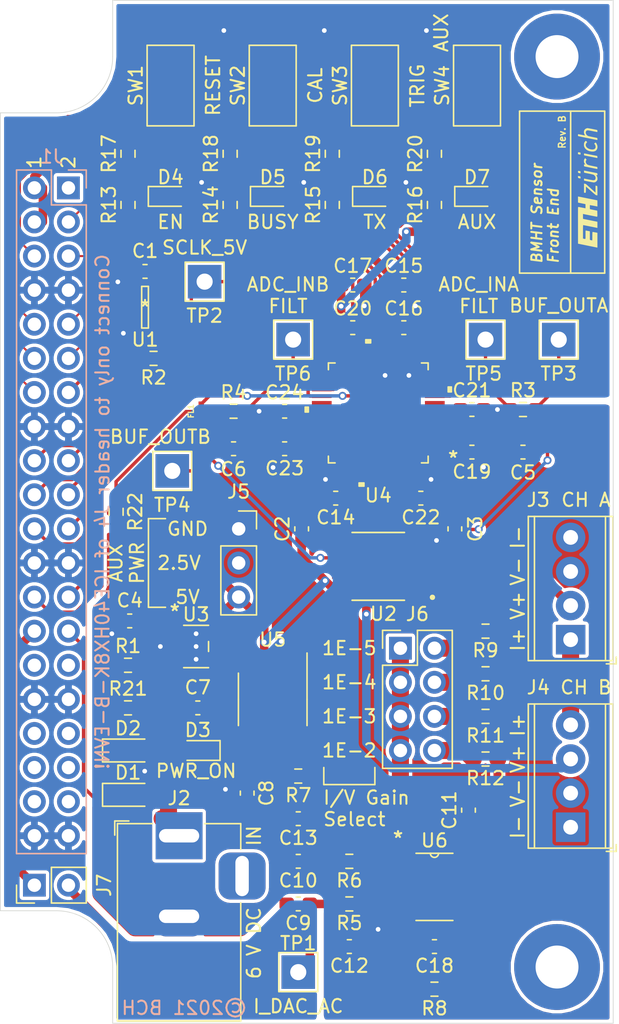
<source format=kicad_pcb>
(kicad_pcb (version 20171130) (host pcbnew "(5.1.10)-1")
  (layers (0 F.Cu signal) (31 B.Cu signal) (34 B.Paste user) (35 F.Paste user hide) (36 B.SilkS user hide) (37 F.SilkS user) (38 B.Mask user hide) (39 F.Mask user hide) (44 Edge.Cuts user))
  (net 0 "")
  (net 1 +5VD)
  (net 2 GNDA)
  (net 3 +5VA)
  (net 4 GNDREF)
  (net 5 +6V)
  (net 6 "Net-(C5-Pad2)")
  (net 7 "Net-(C6-Pad1)")
  (net 8 "Net-(C8-Pad1)")
  (net 9 "Net-(C9-Pad1)")
  (net 10 /I_DAC)
  (net 11 "Net-(C10-Pad1)")
  (net 12 "Net-(C13-Pad2)")
  (net 13 "Net-(C13-Pad1)")
  (net 14 "Net-(C14-Pad1)")
  (net 15 +3V3)
  (net 16 "Net-(C18-Pad1)")
  (net 17 "Net-(C18-Pad2)")
  (net 18 "Net-(C22-Pad2)")
  (net 19 "Net-(D3-Pad2)")
  (net 20 "Net-(D4-Pad2)")
  (net 21 "Net-(D5-Pad2)")
  (net 22 "Net-(D6-Pad2)")
  (net 23 "Net-(D7-Pad2)")
  (net 24 "Net-(FL1-Pad2)")
  (net 25 "Net-(J1-Pad1)")
  (net 26 /O_SD_A)
  (net 27 /O_SD_B)
  (net 28 /ENABLE)
  (net 29 "Net-(J1-Pad9)")
  (net 30 /O_DVAL)
  (net 31 /I_ADC_ENABLEN)
  (net 32 /O_SCLK)
  (net 33 /I_ADC_RESET)
  (net 34 /I_ADC_ZERO)
  (net 35 /I_ADC_CAL)
  (net 36 "Net-(J1-Pad29)")
  (net 37 "Net-(J1-Pad30)")
  (net 38 "Net-(J1-Pad33)")
  (net 39 "Net-(J1-Pad34)")
  (net 40 "Net-(J1-Pad35)")
  (net 41 "Net-(J1-Pad36)")
  (net 42 "Net-(J1-Pad37)")
  (net 43 "Net-(J1-Pad38)")
  (net 44 "Net-(J2-Pad1)")
  (net 45 /V_EXC_A)
  (net 46 /I_EXC)
  (net 47 /V_EXC_B)
  (net 48 /SCLK5)
  (net 49 "Net-(R2-Pad2)")
  (net 50 "Net-(R3-Pad2)")
  (net 51 "Net-(R4-Pad2)")
  (net 52 "Net-(U1-Pad1)")
  (net 53 "Net-(U4-Pad48)")
  (net 54 "Net-(U4-Pad47)")
  (net 55 "Net-(U4-Pad41)")
  (net 56 "Net-(U4-Pad38)")
  (net 57 "Net-(U4-Pad37)")
  (net 58 "Net-(U4-Pad33)")
  (net 59 "Net-(U4-Pad29)")
  (net 60 "Net-(U4-Pad25)")
  (net 61 "Net-(U4-Pad24)")
  (net 62 "Net-(U4-Pad13)")
  (net 63 "Net-(U4-Pad12)")
  (net 64 "Net-(U4-Pad8)")
  (net 65 "Net-(U4-Pad4)")
  (net 66 "Net-(U5-Pad4)")
  (net 67 "Net-(U5-Pad5)")
  (net 68 "Net-(U5-Pad6)")
  (net 69 "Net-(U5-Pad7)")
  (net 70 "Net-(J6-Pad2)")
  (net 71 "Net-(J6-Pad4)")
  (net 72 "Net-(J6-Pad6)")
  (net 73 "Net-(J6-Pad8)")
  (net 74 "Net-(J1-Pad6)")
  (net 75 "Net-(J1-Pad10)")
  (net 76 "Net-(J1-Pad12)")
  (net 77 "Net-(J1-Pad14)")
  (net 78 "Net-(J1-Pad3)")
  (net 79 "Net-(J1-Pad5)")
  (net 80 "Net-(J1-Pad11)")
  (net 81 /I_SCLK)
  (net 82 "Net-(C9-Pad2)")
  (module Diode_SMD:D_SOD-323_HandSoldering (layer F.Cu) (at 136.525 132.08)
    (fp_text reference D2 (at 0 -1.651) (layer F.SilkS))
    (fp_text value D_Zener)
    (pad 2 smd rect (at 1.25 0) (size 1 1) (layers F.Cu F.Paste F.Mask) (net 2 GNDA))
    (pad 1 smd rect (at -1.25 0) (size 1 1) (layers F.Cu F.Paste F.Mask) (net 5 +6V))
  )
  (module Diode_SMD:D_SOD-323_HandSoldering (layer F.Cu) (at 136.525 135.382)
    (fp_text reference D1 (at 0 -1.651) (layer F.SilkS))
    (fp_text value D_Schottky)
    (pad 2 smd rect (at 1.25 0) (size 1 1) (layers F.Cu F.Paste F.Mask) (net 2 GNDA))
    (pad 1 smd rect (at -1.25 0) (size 1 1) (layers F.Cu F.Paste F.Mask) (net 5 +6V))
  )
  (module Connector_PinHeader_2.54mm:PinHeader_1x02_P2.54mm_Vertical (layer F.Cu) (at 129.54 142.113 90)
    (fp_text reference J7 (at 0 5.207 90) (layer F.SilkS))
    (fp_text value Conn_01x02_Male)
    (pad 2 thru_hole oval (at 0 2.54 90) (size 1.7 1.7) (drill 1) (layers *.Cu *.Mask) (net 82 "Net-(C9-Pad2)"))
    (pad 1 thru_hole rect (at 0 0 90) (size 1.7 1.7) (drill 1) (layers *.Cu *.Mask) (net 10 /I_DAC))
  )
  (module Connector_PinSocket_2.54mm:PinSocket_1x03_P2.54mm_Vertical (layer F.Cu) (at 144.78 115.57)
    (fp_text reference J5 (at 0 -2.77) (layer F.SilkS))
    (fp_text value Screw_Terminal_01x03)
    (pad 3 thru_hole oval (at 0 5.08) (size 1.7 1.7) (drill 1) (layers *.Cu *.Mask) (net 3 +5VA))
    (pad 2 thru_hole oval (at 0 2.54) (size 1.7 1.7) (drill 1) (layers *.Cu *.Mask) (net 4 GNDREF))
    (pad 1 thru_hole rect (at 0 0) (size 1.7 1.7) (drill 1) (layers *.Cu *.Mask) (net 2 GNDA))
  )
  (module MountingHole:MountingHole_3.2mm_M3_Pad (layer F.Cu) (at 168.529 148.209)
    (fp_text reference REF** hide)
    (fp_text value MountingHole_3.2mm_M3_Pad)
    (pad 1 thru_hole circle (at 0 0) (size 6.4 6.4) (drill 3.2) (layers *.Cu *.Mask))
  )
  (module MountingHole:MountingHole_3.2mm_M3_Pad (layer F.Cu) (at 168.529 80.391)
    (fp_text reference REF** hide)
    (fp_text value MountingHole_3.2mm_M3_Pad)
    (pad 1 thru_hole circle (at 0 0) (size 6.4 6.4) (drill 3.2) (layers *.Cu *.Mask))
  )
  (module Capacitor_SMD:C_0603_1608Metric_Pad1.08x0.95mm_HandSolder (layer F.Cu) (at 141.732 128.905 180)
    (fp_text reference C7 (at 0 1.524) (layer F.SilkS))
    (fp_text value 2.2u)
    (pad 2 smd roundrect (at 0.8625 0 180) (size 1.075 0.95) (layers F.Cu F.Paste F.Mask) (net 2 GNDA))
    (pad 1 smd roundrect (at -0.8625 0 180) (size 1.075 0.95) (layers F.Cu F.Paste F.Mask) (net 3 +5VA))
  )
  (module TerminalBlock_Phoenix:TerminalBlock_Phoenix_MPT-0,5-4-2.54_1x04_P2.54mm_Horizontal (layer F.Cu) (at 169.545 137.795 90)
    (fp_text reference J4 (at 10.414 -2.413 180) (layer F.SilkS))
    (fp_text value Screw_Terminal_01x04)
    (pad 4 thru_hole circle (at 7.62 0 90) (size 2.2 2.2) (drill 1.1) (layers *.Cu *.Mask) (net 46 /I_EXC))
    (pad 3 thru_hole circle (at 5.08 0 90) (size 2.2 2.2) (drill 1.1) (layers *.Cu *.Mask) (net 47 /V_EXC_B))
    (pad 2 thru_hole circle (at 2.54 0 90) (size 2.2 2.2) (drill 1.1) (layers *.Cu *.Mask) (net 4 GNDREF))
    (pad 1 thru_hole rect (at 0 0 90) (size 2.2 2.2) (drill 1.1) (layers *.Cu *.Mask) (net 4 GNDREF))
  )
  (module Connector_PinHeader_2.54mm:PinHeader_2x20_P2.54mm_Vertical (layer B.Cu) (at 132.08 90.17 180)
    (fp_text reference J1 (at 1.27 2.33) (layer B.SilkS) (effects (justify mirror)))
    (fp_text value Conn_02x20_Odd_Even)
    (pad 40 thru_hole oval (at 2.54 -48.26 180) (size 1.7 1.7) (drill 1) (layers *.Cu *.Mask) (net 2 GNDA))
    (pad 39 thru_hole oval (at 0 -48.26 180) (size 1.7 1.7) (drill 1) (layers *.Cu *.Mask) (net 2 GNDA))
    (pad 38 thru_hole oval (at 2.54 -45.72 180) (size 1.7 1.7) (drill 1) (layers *.Cu *.Mask) (net 43 "Net-(J1-Pad38)"))
    (pad 37 thru_hole oval (at 0 -45.72 180) (size 1.7 1.7) (drill 1) (layers *.Cu *.Mask) (net 42 "Net-(J1-Pad37)"))
    (pad 36 thru_hole oval (at 2.54 -43.18 180) (size 1.7 1.7) (drill 1) (layers *.Cu *.Mask) (net 41 "Net-(J1-Pad36)"))
    (pad 35 thru_hole oval (at 0 -43.18 180) (size 1.7 1.7) (drill 1) (layers *.Cu *.Mask) (net 40 "Net-(J1-Pad35)"))
    (pad 34 thru_hole oval (at 2.54 -40.64 180) (size 1.7 1.7) (drill 1) (layers *.Cu *.Mask) (net 39 "Net-(J1-Pad34)"))
    (pad 33 thru_hole oval (at 0 -40.64 180) (size 1.7 1.7) (drill 1) (layers *.Cu *.Mask) (net 38 "Net-(J1-Pad33)"))
    (pad 32 thru_hole oval (at 2.54 -38.1 180) (size 1.7 1.7) (drill 1) (layers *.Cu *.Mask) (net 2 GNDA))
    (pad 31 thru_hole oval (at 0 -38.1 180) (size 1.7 1.7) (drill 1) (layers *.Cu *.Mask) (net 2 GNDA))
    (pad 30 thru_hole oval (at 2.54 -35.56 180) (size 1.7 1.7) (drill 1) (layers *.Cu *.Mask) (net 37 "Net-(J1-Pad30)"))
    (pad 29 thru_hole oval (at 0 -35.56 180) (size 1.7 1.7) (drill 1) (layers *.Cu *.Mask) (net 36 "Net-(J1-Pad29)"))
    (pad 28 thru_hole oval (at 2.54 -33.02 180) (size 1.7 1.7) (drill 1) (layers *.Cu *.Mask) (net 10 /I_DAC))
    (pad 27 thru_hole oval (at 0 -33.02 180) (size 1.7 1.7) (drill 1) (layers *.Cu *.Mask) (net 28 /ENABLE))
    (pad 26 thru_hole oval (at 2.54 -30.48 180) (size 1.7 1.7) (drill 1) (layers *.Cu *.Mask) (net 35 /I_ADC_CAL))
    (pad 25 thru_hole oval (at 0 -30.48 180) (size 1.7 1.7) (drill 1) (layers *.Cu *.Mask) (net 30 /O_DVAL))
    (pad 24 thru_hole oval (at 2.54 -27.94 180) (size 1.7 1.7) (drill 1) (layers *.Cu *.Mask) (net 2 GNDA))
    (pad 23 thru_hole oval (at 0 -27.94 180) (size 1.7 1.7) (drill 1) (layers *.Cu *.Mask) (net 2 GNDA))
    (pad 22 thru_hole oval (at 2.54 -25.4 180) (size 1.7 1.7) (drill 1) (layers *.Cu *.Mask) (net 32 /O_SCLK))
    (pad 21 thru_hole oval (at 0 -25.4 180) (size 1.7 1.7) (drill 1) (layers *.Cu *.Mask) (net 27 /O_SD_B))
    (pad 20 thru_hole oval (at 2.54 -22.86 180) (size 1.7 1.7) (drill 1) (layers *.Cu *.Mask) (net 81 /I_SCLK))
    (pad 19 thru_hole oval (at 0 -22.86 180) (size 1.7 1.7) (drill 1) (layers *.Cu *.Mask) (net 26 /O_SD_A))
    (pad 18 thru_hole oval (at 2.54 -20.32 180) (size 1.7 1.7) (drill 1) (layers *.Cu *.Mask) (net 34 /I_ADC_ZERO))
    (pad 17 thru_hole oval (at 0 -20.32 180) (size 1.7 1.7) (drill 1) (layers *.Cu *.Mask) (net 33 /I_ADC_RESET))
    (pad 16 thru_hole oval (at 2.54 -17.78 180) (size 1.7 1.7) (drill 1) (layers *.Cu *.Mask) (net 2 GNDA))
    (pad 15 thru_hole oval (at 0 -17.78 180) (size 1.7 1.7) (drill 1) (layers *.Cu *.Mask) (net 2 GNDA))
    (pad 14 thru_hole oval (at 2.54 -15.24 180) (size 1.7 1.7) (drill 1) (layers *.Cu *.Mask) (net 77 "Net-(J1-Pad14)"))
    (pad 13 thru_hole oval (at 0 -15.24 180) (size 1.7 1.7) (drill 1) (layers *.Cu *.Mask) (net 31 /I_ADC_ENABLEN))
    (pad 12 thru_hole oval (at 2.54 -12.7 180) (size 1.7 1.7) (drill 1) (layers *.Cu *.Mask) (net 76 "Net-(J1-Pad12)"))
    (pad 11 thru_hole oval (at 0 -12.7 180) (size 1.7 1.7) (drill 1) (layers *.Cu *.Mask) (net 80 "Net-(J1-Pad11)"))
    (pad 10 thru_hole oval (at 2.54 -10.16 180) (size 1.7 1.7) (drill 1) (layers *.Cu *.Mask) (net 75 "Net-(J1-Pad10)"))
    (pad 9 thru_hole oval (at 0 -10.16 180) (size 1.7 1.7) (drill 1) (layers *.Cu *.Mask) (net 29 "Net-(J1-Pad9)"))
    (pad 8 thru_hole oval (at 2.54 -7.62 180) (size 1.7 1.7) (drill 1) (layers *.Cu *.Mask) (net 2 GNDA))
    (pad 7 thru_hole oval (at 0 -7.62 180) (size 1.7 1.7) (drill 1) (layers *.Cu *.Mask) (net 2 GNDA))
    (pad 6 thru_hole oval (at 2.54 -5.08 180) (size 1.7 1.7) (drill 1) (layers *.Cu *.Mask) (net 74 "Net-(J1-Pad6)"))
    (pad 5 thru_hole oval (at 0 -5.08 180) (size 1.7 1.7) (drill 1) (layers *.Cu *.Mask) (net 79 "Net-(J1-Pad5)"))
    (pad 4 thru_hole oval (at 2.54 -2.54 180) (size 1.7 1.7) (drill 1) (layers *.Cu *.Mask) (net 15 +3V3))
    (pad 3 thru_hole oval (at 0 -2.54 180) (size 1.7 1.7) (drill 1) (layers *.Cu *.Mask) (net 78 "Net-(J1-Pad3)"))
    (pad 2 thru_hole oval (at 2.54 0 180) (size 1.7 1.7) (drill 1) (layers *.Cu *.Mask) (net 15 +3V3))
    (pad 1 thru_hole rect (at 0 0 180) (size 1.7 1.7) (drill 1) (layers *.Cu *.Mask) (net 25 "Net-(J1-Pad1)"))
  )
  (module Capacitor_SMD:C_0603_1608Metric_Pad1.08x0.95mm_HandSolder (layer F.Cu) (at 148.209 106.807 180)
    (fp_text reference C24 (at 0 1.397) (layer F.SilkS))
    (fp_text value 10u)
    (pad 2 smd roundrect (at 0.8625 0 180) (size 1.075 0.95) (layers F.Cu F.Paste F.Mask) (net 2 GNDA))
    (pad 1 smd roundrect (at -0.8625 0 180) (size 1.075 0.95) (layers F.Cu F.Paste F.Mask) (net 3 +5VA))
  )
  (module Capacitor_SMD:C_0603_1608Metric_Pad1.08x0.95mm_HandSolder (layer F.Cu) (at 148.209 109.601 180)
    (fp_text reference C23 (at 0 -1.4605) (layer F.SilkS))
    (fp_text value 100n)
    (pad 2 smd roundrect (at 0.8625 0 180) (size 1.075 0.95) (layers F.Cu F.Paste F.Mask) (net 2 GNDA))
    (pad 1 smd roundrect (at -0.8625 0 180) (size 1.075 0.95) (layers F.Cu F.Paste F.Mask) (net 3 +5VA))
  )
  (module Resistor_SMD:R_0603_1608Metric_Pad0.98x0.95mm_HandSolder (layer F.Cu) (at 159.385 91.44 90)
    (fp_text reference R16 (at 0 -1.43 90) (layer F.SilkS))
    (fp_text value 180)
    (pad 2 smd roundrect (at 0.9125 0 90) (size 0.975 0.95) (layers F.Cu F.Paste F.Mask) (net 80 "Net-(J1-Pad11)"))
    (pad 1 smd roundrect (at -0.9125 0 90) (size 0.975 0.95) (layers F.Cu F.Paste F.Mask) (net 23 "Net-(D7-Pad2)"))
  )
  (module Diode_SMD:D_0603_1608Metric_Pad1.05x0.95mm_HandSolder (layer F.Cu) (at 162.56 90.805)
    (fp_text reference D7 (at 0 -1.43) (layer F.SilkS))
    (fp_text value AUX)
    (pad 2 smd roundrect (at 0.875 0) (size 1.05 0.95) (layers F.Cu F.Paste F.Mask) (net 23 "Net-(D7-Pad2)"))
    (pad 1 smd roundrect (at -0.875 0) (size 1.05 0.95) (layers F.Cu F.Paste F.Mask) (net 2 GNDA))
  )
  (module Capacitor_SMD:C_0603_1608Metric_Pad1.08x0.95mm_HandSolder (layer F.Cu) (at 137.795 96.393 180)
    (fp_text reference C1 (at 0 1.524) (layer F.SilkS))
    (fp_text value C)
    (pad 2 smd roundrect (at 0.8625 0 180) (size 1.075 0.95) (layers F.Cu F.Paste F.Mask) (net 2 GNDA))
    (pad 1 smd roundrect (at -0.8625 0 180) (size 1.075 0.95) (layers F.Cu F.Paste F.Mask) (net 1 +5VD))
  )
  (module Capacitor_SMD:C_0603_1608Metric_Pad1.08x0.95mm_HandSolder (layer F.Cu) (at 149.479 115.57 90)
    (fp_text reference C2 (at 0 -1.43 90) (layer F.SilkS))
    (fp_text value 100n)
    (pad 2 smd roundrect (at 0.8625 0 90) (size 1.075 0.95) (layers F.Cu F.Paste F.Mask) (net 4 GNDREF))
    (pad 1 smd roundrect (at -0.8625 0 90) (size 1.075 0.95) (layers F.Cu F.Paste F.Mask) (net 3 +5VA))
  )
  (module Capacitor_SMD:C_0603_1608Metric_Pad1.08x0.95mm_HandSolder (layer F.Cu) (at 160.909 115.57 90)
    (fp_text reference C3 (at 0 1.524 90) (layer F.SilkS))
    (fp_text value 100n)
    (pad 2 smd roundrect (at 0.8625 0 90) (size 1.075 0.95) (layers F.Cu F.Paste F.Mask) (net 4 GNDREF))
    (pad 1 smd roundrect (at -0.8625 0 90) (size 1.075 0.95) (layers F.Cu F.Paste F.Mask) (net 2 GNDA))
  )
  (module Capacitor_SMD:C_0603_1608Metric_Pad1.08x0.95mm_HandSolder (layer F.Cu) (at 136.652 122.428 180)
    (fp_text reference C4 (at 0 1.524) (layer F.SilkS))
    (fp_text value 2.2u)
    (pad 2 smd roundrect (at 0.8625 0 180) (size 1.075 0.95) (layers F.Cu F.Paste F.Mask) (net 2 GNDA))
    (pad 1 smd roundrect (at -0.8625 0 180) (size 1.075 0.95) (layers F.Cu F.Paste F.Mask) (net 5 +6V))
  )
  (module Capacitor_SMD:C_0603_1608Metric_Pad1.08x0.95mm_HandSolder (layer F.Cu) (at 165.989 109.855)
    (fp_text reference C5 (at 0 1.524) (layer F.SilkS))
    (fp_text value 2.7n)
    (pad 2 smd roundrect (at 0.8625 0) (size 1.075 0.95) (layers F.Cu F.Paste F.Mask) (net 6 "Net-(C5-Pad2)"))
    (pad 1 smd roundrect (at -0.8625 0) (size 1.075 0.95) (layers F.Cu F.Paste F.Mask) (net 4 GNDREF))
  )
  (module Capacitor_SMD:C_0603_1608Metric_Pad1.08x0.95mm_HandSolder (layer F.Cu) (at 144.399 109.601)
    (fp_text reference C6 (at 0 1.524) (layer F.SilkS))
    (fp_text value 2.7n)
    (pad 2 smd roundrect (at 0.8625 0) (size 1.075 0.95) (layers F.Cu F.Paste F.Mask) (net 4 GNDREF))
    (pad 1 smd roundrect (at -0.8625 0) (size 1.075 0.95) (layers F.Cu F.Paste F.Mask) (net 7 "Net-(C6-Pad1)"))
  )
  (module Capacitor_SMD:C_0603_1608Metric_Pad1.08x0.95mm_HandSolder (layer F.Cu) (at 145.415 135.255 270)
    (fp_text reference C8 (at 0 -1.43 90) (layer F.SilkS))
    (fp_text value 1u)
    (pad 2 smd roundrect (at 0.8625 0 270) (size 1.075 0.95) (layers F.Cu F.Paste F.Mask) (net 2 GNDA))
    (pad 1 smd roundrect (at -0.8625 0 270) (size 1.075 0.95) (layers F.Cu F.Paste F.Mask) (net 8 "Net-(C8-Pad1)"))
  )
  (module Capacitor_SMD:C_0603_1608Metric_Pad1.08x0.95mm_HandSolder (layer F.Cu) (at 149.225 143.51 180)
    (fp_text reference C9 (at 0 -1.43) (layer F.SilkS))
    (fp_text value C)
    (pad 2 smd roundrect (at 0.8625 0 180) (size 1.075 0.95) (layers F.Cu F.Paste F.Mask) (net 82 "Net-(C9-Pad2)"))
    (pad 1 smd roundrect (at -0.8625 0 180) (size 1.075 0.95) (layers F.Cu F.Paste F.Mask) (net 9 "Net-(C9-Pad1)"))
  )
  (module Capacitor_SMD:C_0603_1608Metric_Pad1.08x0.95mm_HandSolder (layer F.Cu) (at 149.225 140.335 180)
    (fp_text reference C10 (at 0 -1.43) (layer F.SilkS))
    (fp_text value C)
    (pad 2 smd roundrect (at 0.8625 0 180) (size 1.075 0.95) (layers F.Cu F.Paste F.Mask) (net 4 GNDREF))
    (pad 1 smd roundrect (at -0.8625 0 180) (size 1.075 0.95) (layers F.Cu F.Paste F.Mask) (net 11 "Net-(C10-Pad1)"))
  )
  (module Capacitor_SMD:C_0603_1608Metric_Pad1.08x0.95mm_HandSolder (layer F.Cu) (at 161.925 136.525 90)
    (fp_text reference C11 (at 0 -1.43 90) (layer F.SilkS))
    (fp_text value 100n)
    (pad 2 smd roundrect (at 0.8625 0 90) (size 1.075 0.95) (layers F.Cu F.Paste F.Mask) (net 4 GNDREF))
    (pad 1 smd roundrect (at -0.8625 0 90) (size 1.075 0.95) (layers F.Cu F.Paste F.Mask) (net 3 +5VA))
  )
  (module Capacitor_SMD:C_0603_1608Metric_Pad1.08x0.95mm_HandSolder (layer F.Cu) (at 153.035 146.685 180)
    (fp_text reference C12 (at 0 -1.43) (layer F.SilkS))
    (fp_text value 100n)
    (pad 2 smd roundrect (at 0.8625 0 180) (size 1.075 0.95) (layers F.Cu F.Paste F.Mask) (net 4 GNDREF))
    (pad 1 smd roundrect (at -0.8625 0 180) (size 1.075 0.95) (layers F.Cu F.Paste F.Mask) (net 2 GNDA))
  )
  (module Capacitor_SMD:C_0603_1608Metric_Pad1.08x0.95mm_HandSolder (layer F.Cu) (at 149.225 137.16 180)
    (fp_text reference C13 (at 0 -1.43) (layer F.SilkS))
    (fp_text value 20p)
    (pad 2 smd roundrect (at 0.8625 0 180) (size 1.075 0.95) (layers F.Cu F.Paste F.Mask) (net 12 "Net-(C13-Pad2)"))
    (pad 1 smd roundrect (at -0.8625 0 180) (size 1.075 0.95) (layers F.Cu F.Paste F.Mask) (net 13 "Net-(C13-Pad1)"))
  )
  (module Capacitor_SMD:C_0603_1608Metric_Pad1.08x0.95mm_HandSolder (layer F.Cu) (at 152.019 113.284 180)
    (fp_text reference C14 (at 0 -1.43) (layer F.SilkS))
    (fp_text value 110n)
    (pad 2 smd roundrect (at 0.8625 0 180) (size 1.075 0.95) (layers F.Cu F.Paste F.Mask) (net 2 GNDA))
    (pad 1 smd roundrect (at -0.8625 0 180) (size 1.075 0.95) (layers F.Cu F.Paste F.Mask) (net 14 "Net-(C14-Pad1)"))
  )
  (module Capacitor_SMD:C_0603_1608Metric_Pad1.08x0.95mm_HandSolder (layer F.Cu) (at 157.099 97.409)
    (fp_text reference C15 (at 0 -1.43) (layer F.SilkS))
    (fp_text value 100n)
    (pad 2 smd roundrect (at 0.8625 0) (size 1.075 0.95) (layers F.Cu F.Paste F.Mask) (net 2 GNDA))
    (pad 1 smd roundrect (at -0.8625 0) (size 1.075 0.95) (layers F.Cu F.Paste F.Mask) (net 1 +5VD))
  )
  (module Capacitor_SMD:C_0603_1608Metric_Pad1.08x0.95mm_HandSolder (layer F.Cu) (at 157.099 100.584)
    (fp_text reference C16 (at 0 -1.43) (layer F.SilkS))
    (fp_text value 10u)
    (pad 2 smd roundrect (at 0.8625 0) (size 1.075 0.95) (layers F.Cu F.Paste F.Mask) (net 2 GNDA))
    (pad 1 smd roundrect (at -0.8625 0) (size 1.075 0.95) (layers F.Cu F.Paste F.Mask) (net 1 +5VD))
  )
  (module Capacitor_SMD:C_0603_1608Metric_Pad1.08x0.95mm_HandSolder (layer F.Cu) (at 153.289 97.409)
    (fp_text reference C17 (at 0 -1.43) (layer F.SilkS))
    (fp_text value 100n)
    (pad 2 smd roundrect (at 0.8625 0) (size 1.075 0.95) (layers F.Cu F.Paste F.Mask) (net 2 GNDA))
    (pad 1 smd roundrect (at -0.8625 0) (size 1.075 0.95) (layers F.Cu F.Paste F.Mask) (net 15 +3V3))
  )
  (module Capacitor_SMD:C_0603_1608Metric_Pad1.08x0.95mm_HandSolder (layer F.Cu) (at 159.385 146.685 180)
    (fp_text reference C18 (at 0 -1.43) (layer F.SilkS))
    (fp_text value 20p)
    (pad 2 smd roundrect (at 0.8625 0 180) (size 1.075 0.95) (layers F.Cu F.Paste F.Mask) (net 17 "Net-(C18-Pad2)"))
    (pad 1 smd roundrect (at -0.8625 0 180) (size 1.075 0.95) (layers F.Cu F.Paste F.Mask) (net 16 "Net-(C18-Pad1)"))
  )
  (module Capacitor_SMD:C_0603_1608Metric_Pad1.08x0.95mm_HandSolder (layer F.Cu) (at 162.179 109.855)
    (fp_text reference C19 (at 0 1.4605) (layer F.SilkS))
    (fp_text value 100n)
    (pad 2 smd roundrect (at 0.8625 0) (size 1.075 0.95) (layers F.Cu F.Paste F.Mask) (net 2 GNDA))
    (pad 1 smd roundrect (at -0.8625 0) (size 1.075 0.95) (layers F.Cu F.Paste F.Mask) (net 3 +5VA))
  )
  (module Capacitor_SMD:C_0603_1608Metric_Pad1.08x0.95mm_HandSolder (layer F.Cu) (at 153.289 100.584)
    (fp_text reference C20 (at 0 -1.43) (layer F.SilkS))
    (fp_text value 10u)
    (pad 2 smd roundrect (at 0.8625 0) (size 1.075 0.95) (layers F.Cu F.Paste F.Mask) (net 2 GNDA))
    (pad 1 smd roundrect (at -0.8625 0) (size 1.075 0.95) (layers F.Cu F.Paste F.Mask) (net 15 +3V3))
  )
  (module Capacitor_SMD:C_0603_1608Metric_Pad1.08x0.95mm_HandSolder (layer F.Cu) (at 162.179 106.68)
    (fp_text reference C21 (at 0 -1.43) (layer F.SilkS))
    (fp_text value 10u)
    (pad 2 smd roundrect (at 0.8625 0) (size 1.075 0.95) (layers F.Cu F.Paste F.Mask) (net 2 GNDA))
    (pad 1 smd roundrect (at -0.8625 0) (size 1.075 0.95) (layers F.Cu F.Paste F.Mask) (net 3 +5VA))
  )
  (module Capacitor_SMD:C_0603_1608Metric_Pad1.08x0.95mm_HandSolder (layer F.Cu) (at 158.369 113.284 180)
    (fp_text reference C22 (at 0 -1.43) (layer F.SilkS))
    (fp_text value 110n)
    (pad 2 smd roundrect (at 0.8625 0 180) (size 1.075 0.95) (layers F.Cu F.Paste F.Mask) (net 18 "Net-(C22-Pad2)"))
    (pad 1 smd roundrect (at -0.8625 0 180) (size 1.075 0.95) (layers F.Cu F.Paste F.Mask) (net 2 GNDA))
  )
  (module Diode_SMD:D_0603_1608Metric_Pad1.05x0.95mm_HandSolder (layer F.Cu) (at 141.732 132.08 180)
    (fp_text reference D3 (at 0 1.524) (layer F.SilkS))
    (fp_text value PWR_ON)
    (pad 2 smd roundrect (at 0.875 0 180) (size 1.05 0.95) (layers F.Cu F.Paste F.Mask) (net 19 "Net-(D3-Pad2)"))
    (pad 1 smd roundrect (at -0.875 0 180) (size 1.05 0.95) (layers F.Cu F.Paste F.Mask) (net 2 GNDA))
  )
  (module Diode_SMD:D_0603_1608Metric_Pad1.05x0.95mm_HandSolder (layer F.Cu) (at 139.7 90.805)
    (fp_text reference D4 (at 0 -1.43) (layer F.SilkS))
    (fp_text value ENABLE)
    (pad 2 smd roundrect (at 0.875 0) (size 1.05 0.95) (layers F.Cu F.Paste F.Mask) (net 20 "Net-(D4-Pad2)"))
    (pad 1 smd roundrect (at -0.875 0) (size 1.05 0.95) (layers F.Cu F.Paste F.Mask) (net 2 GNDA))
  )
  (module Diode_SMD:D_0603_1608Metric_Pad1.05x0.95mm_HandSolder (layer F.Cu) (at 147.32 90.805)
    (fp_text reference D5 (at 0 -1.43) (layer F.SilkS))
    (fp_text value BUSY)
    (pad 2 smd roundrect (at 0.875 0) (size 1.05 0.95) (layers F.Cu F.Paste F.Mask) (net 21 "Net-(D5-Pad2)"))
    (pad 1 smd roundrect (at -0.875 0) (size 1.05 0.95) (layers F.Cu F.Paste F.Mask) (net 2 GNDA))
  )
  (module Diode_SMD:D_0603_1608Metric_Pad1.05x0.95mm_HandSolder (layer F.Cu) (at 154.94 90.805)
    (fp_text reference D6 (at 0 -1.43) (layer F.SilkS))
    (fp_text value TX)
    (pad 2 smd roundrect (at 0.875 0) (size 1.05 0.95) (layers F.Cu F.Paste F.Mask) (net 22 "Net-(D6-Pad2)"))
    (pad 1 smd roundrect (at -0.875 0) (size 1.05 0.95) (layers F.Cu F.Paste F.Mask) (net 2 GNDA))
  )
  (module TerminalBlock_Phoenix:TerminalBlock_Phoenix_MPT-0,5-4-2.54_1x04_P2.54mm_Horizontal (layer F.Cu) (at 169.545 123.825 90)
    (fp_text reference J3 (at 10.414 -2.413 180) (layer F.SilkS))
    (fp_text value Screw_Terminal_01x04)
    (pad 4 thru_hole circle (at 7.62 0 90) (size 2.2 2.2) (drill 1.1) (layers *.Cu *.Mask) (net 4 GNDREF))
    (pad 3 thru_hole circle (at 5.08 0 90) (size 2.2 2.2) (drill 1.1) (layers *.Cu *.Mask) (net 4 GNDREF))
    (pad 2 thru_hole circle (at 2.54 0 90) (size 2.2 2.2) (drill 1.1) (layers *.Cu *.Mask) (net 45 /V_EXC_A))
    (pad 1 thru_hole rect (at 0 0 90) (size 2.2 2.2) (drill 1.1) (layers *.Cu *.Mask) (net 46 /I_EXC))
  )
  (module Connector_PinHeader_2.54mm:PinHeader_2x04_P2.54mm_Vertical (layer F.Cu) (at 156.845 124.46)
    (fp_text reference J6 (at 1.27 -2.54) (layer F.SilkS))
    (fp_text value Conn_02x04_Odd_Even)
    (pad 8 thru_hole oval (at 2.54 7.62) (size 1.7 1.7) (drill 1) (layers *.Cu *.Mask) (net 73 "Net-(J6-Pad8)"))
    (pad 7 thru_hole oval (at 0 7.62) (size 1.7 1.7) (drill 1) (layers *.Cu *.Mask) (net 13 "Net-(C13-Pad1)"))
    (pad 6 thru_hole oval (at 2.54 5.08) (size 1.7 1.7) (drill 1) (layers *.Cu *.Mask) (net 72 "Net-(J6-Pad6)"))
    (pad 5 thru_hole oval (at 0 5.08) (size 1.7 1.7) (drill 1) (layers *.Cu *.Mask) (net 13 "Net-(C13-Pad1)"))
    (pad 4 thru_hole oval (at 2.54 2.54) (size 1.7 1.7) (drill 1) (layers *.Cu *.Mask) (net 71 "Net-(J6-Pad4)"))
    (pad 3 thru_hole oval (at 0 2.54) (size 1.7 1.7) (drill 1) (layers *.Cu *.Mask) (net 13 "Net-(C13-Pad1)"))
    (pad 2 thru_hole oval (at 2.54 0) (size 1.7 1.7) (drill 1) (layers *.Cu *.Mask) (net 70 "Net-(J6-Pad2)"))
    (pad 1 thru_hole rect (at 0 0) (size 1.7 1.7) (drill 1) (layers *.Cu *.Mask) (net 13 "Net-(C13-Pad1)"))
  )
  (module Resistor_SMD:R_0603_1608Metric_Pad0.98x0.95mm_HandSolder (layer F.Cu) (at 136.525 125.73)
    (fp_text reference R1 (at 0 -1.43) (layer F.SilkS))
    (fp_text value 330)
    (pad 2 smd roundrect (at 0.9125 0) (size 0.975 0.95) (layers F.Cu F.Paste F.Mask) (net 19 "Net-(D3-Pad2)"))
    (pad 1 smd roundrect (at -0.9125 0) (size 0.975 0.95) (layers F.Cu F.Paste F.Mask) (net 5 +6V))
  )
  (module Resistor_SMD:R_0603_1608Metric_Pad0.98x0.95mm_HandSolder (layer F.Cu) (at 138.43 102.87 180)
    (fp_text reference R2 (at 0 -1.43) (layer F.SilkS))
    (fp_text value 22)
    (pad 2 smd roundrect (at 0.9125 0 180) (size 0.975 0.95) (layers F.Cu F.Paste F.Mask) (net 49 "Net-(R2-Pad2)"))
    (pad 1 smd roundrect (at -0.9125 0 180) (size 0.975 0.95) (layers F.Cu F.Paste F.Mask) (net 48 /SCLK5))
  )
  (module Resistor_SMD:R_0603_1608Metric_Pad0.98x0.95mm_HandSolder (layer F.Cu) (at 165.989 106.68)
    (fp_text reference R3 (at 0 -1.43) (layer F.SilkS))
    (fp_text value 560)
    (pad 2 smd roundrect (at 0.9125 0) (size 0.975 0.95) (layers F.Cu F.Paste F.Mask) (net 50 "Net-(R3-Pad2)"))
    (pad 1 smd roundrect (at -0.9125 0) (size 0.975 0.95) (layers F.Cu F.Paste F.Mask) (net 6 "Net-(C5-Pad2)"))
  )
  (module Resistor_SMD:R_0603_1608Metric_Pad0.98x0.95mm_HandSolder (layer F.Cu) (at 144.399 106.807 180)
    (fp_text reference R4 (at 0 1.397) (layer F.SilkS))
    (fp_text value 560)
    (pad 2 smd roundrect (at 0.9125 0 180) (size 0.975 0.95) (layers F.Cu F.Paste F.Mask) (net 51 "Net-(R4-Pad2)"))
    (pad 1 smd roundrect (at -0.9125 0 180) (size 0.975 0.95) (layers F.Cu F.Paste F.Mask) (net 7 "Net-(C6-Pad1)"))
  )
  (module Resistor_SMD:R_0603_1608Metric_Pad0.98x0.95mm_HandSolder (layer F.Cu) (at 153.035 143.51 180)
    (fp_text reference R5 (at 0 -1.43) (layer F.SilkS))
    (fp_text value 100k)
    (pad 2 smd roundrect (at 0.9125 0 180) (size 0.975 0.95) (layers F.Cu F.Paste F.Mask) (net 9 "Net-(C9-Pad1)"))
    (pad 1 smd roundrect (at -0.9125 0 180) (size 0.975 0.95) (layers F.Cu F.Paste F.Mask) (net 17 "Net-(C18-Pad2)"))
  )
  (module Resistor_SMD:R_0603_1608Metric_Pad0.98x0.95mm_HandSolder (layer F.Cu) (at 153.035 140.335 180)
    (fp_text reference R6 (at 0 -1.43) (layer F.SilkS))
    (fp_text value 100k)
    (pad 2 smd roundrect (at 0.9125 0 180) (size 0.975 0.95) (layers F.Cu F.Paste F.Mask) (net 11 "Net-(C10-Pad1)"))
    (pad 1 smd roundrect (at -0.9125 0 180) (size 0.975 0.95) (layers F.Cu F.Paste F.Mask) (net 12 "Net-(C13-Pad2)"))
  )
  (module Resistor_SMD:R_0603_1608Metric_Pad0.98x0.95mm_HandSolder (layer F.Cu) (at 149.225 133.985 180)
    (fp_text reference R7 (at 0 -1.43) (layer F.SilkS))
    (fp_text value 10k)
    (pad 2 smd roundrect (at 0.9125 0 180) (size 0.975 0.95) (layers F.Cu F.Paste F.Mask) (net 12 "Net-(C13-Pad2)"))
    (pad 1 smd roundrect (at -0.9125 0 180) (size 0.975 0.95) (layers F.Cu F.Paste F.Mask) (net 13 "Net-(C13-Pad1)"))
  )
  (module Resistor_SMD:R_0603_1608Metric_Pad0.98x0.95mm_HandSolder (layer F.Cu) (at 159.385 149.86 180)
    (fp_text reference R8 (at 0 -1.43) (layer F.SilkS))
    (fp_text value 10k)
    (pad 2 smd roundrect (at 0.9125 0 180) (size 0.975 0.95) (layers F.Cu F.Paste F.Mask) (net 17 "Net-(C18-Pad2)"))
    (pad 1 smd roundrect (at -0.9125 0 180) (size 0.975 0.95) (layers F.Cu F.Paste F.Mask) (net 16 "Net-(C18-Pad1)"))
  )
  (module Resistor_SMD:R_0603_1608Metric_Pad0.98x0.95mm_HandSolder (layer F.Cu) (at 163.195 123.19 180)
    (fp_text reference R9 (at 0 -1.43) (layer F.SilkS))
    (fp_text value 10k)
    (pad 2 smd roundrect (at 0.9125 0 180) (size 0.975 0.95) (layers F.Cu F.Paste F.Mask) (net 70 "Net-(J6-Pad2)"))
    (pad 1 smd roundrect (at -0.9125 0 180) (size 0.975 0.95) (layers F.Cu F.Paste F.Mask) (net 46 /I_EXC))
  )
  (module Resistor_SMD:R_0603_1608Metric_Pad0.98x0.95mm_HandSolder (layer F.Cu) (at 163.195 126.365 180)
    (fp_text reference R10 (at 0 -1.43) (layer F.SilkS))
    (fp_text value 1k)
    (pad 2 smd roundrect (at 0.9125 0 180) (size 0.975 0.95) (layers F.Cu F.Paste F.Mask) (net 71 "Net-(J6-Pad4)"))
    (pad 1 smd roundrect (at -0.9125 0 180) (size 0.975 0.95) (layers F.Cu F.Paste F.Mask) (net 46 /I_EXC))
  )
  (module Resistor_SMD:R_0603_1608Metric_Pad0.98x0.95mm_HandSolder (layer F.Cu) (at 163.195 129.54 180)
    (fp_text reference R11 (at 0 -1.43) (layer F.SilkS))
    (fp_text value 100)
    (pad 2 smd roundrect (at 0.9125 0 180) (size 0.975 0.95) (layers F.Cu F.Paste F.Mask) (net 72 "Net-(J6-Pad6)"))
    (pad 1 smd roundrect (at -0.9125 0 180) (size 0.975 0.95) (layers F.Cu F.Paste F.Mask) (net 46 /I_EXC))
  )
  (module Resistor_SMD:R_0603_1608Metric_Pad0.98x0.95mm_HandSolder (layer F.Cu) (at 163.195 132.715 180)
    (fp_text reference R12 (at 0 -1.43) (layer F.SilkS))
    (fp_text value 10)
    (pad 2 smd roundrect (at 0.9125 0 180) (size 0.975 0.95) (layers F.Cu F.Paste F.Mask) (net 73 "Net-(J6-Pad8)"))
    (pad 1 smd roundrect (at -0.9125 0 180) (size 0.975 0.95) (layers F.Cu F.Paste F.Mask) (net 46 /I_EXC))
  )
  (module Resistor_SMD:R_0603_1608Metric_Pad0.98x0.95mm_HandSolder (layer F.Cu) (at 136.525 91.44 90)
    (fp_text reference R13 (at 0 -1.43 90) (layer F.SilkS))
    (fp_text value 180)
    (pad 2 smd roundrect (at 0.9125 0 90) (size 0.975 0.95) (layers F.Cu F.Paste F.Mask) (net 78 "Net-(J1-Pad3)"))
    (pad 1 smd roundrect (at -0.9125 0 90) (size 0.975 0.95) (layers F.Cu F.Paste F.Mask) (net 20 "Net-(D4-Pad2)"))
  )
  (module Resistor_SMD:R_0603_1608Metric_Pad0.98x0.95mm_HandSolder (layer F.Cu) (at 144.145 91.44 90)
    (fp_text reference R14 (at 0 -1.43 90) (layer F.SilkS))
    (fp_text value 180)
    (pad 2 smd roundrect (at 0.9125 0 90) (size 0.975 0.95) (layers F.Cu F.Paste F.Mask) (net 79 "Net-(J1-Pad5)"))
    (pad 1 smd roundrect (at -0.9125 0 90) (size 0.975 0.95) (layers F.Cu F.Paste F.Mask) (net 21 "Net-(D5-Pad2)"))
  )
  (module Resistor_SMD:R_0603_1608Metric_Pad0.98x0.95mm_HandSolder (layer F.Cu) (at 151.765 91.44 90)
    (fp_text reference R15 (at 0 -1.43 90) (layer F.SilkS))
    (fp_text value 180)
    (pad 2 smd roundrect (at 0.9125 0 90) (size 0.975 0.95) (layers F.Cu F.Paste F.Mask) (net 29 "Net-(J1-Pad9)"))
    (pad 1 smd roundrect (at -0.9125 0 90) (size 0.975 0.95) (layers F.Cu F.Paste F.Mask) (net 22 "Net-(D6-Pad2)"))
  )
  (module Resistor_SMD:R_0603_1608Metric_Pad0.98x0.95mm_HandSolder (layer F.Cu) (at 136.525 87.63 90)
    (fp_text reference R17 (at 0 -1.43 90) (layer F.SilkS))
    (fp_text value 4.7k)
    (pad 2 smd roundrect (at 0.9125 0 90) (size 0.975 0.95) (layers F.Cu F.Paste F.Mask) (net 74 "Net-(J1-Pad6)"))
    (pad 1 smd roundrect (at -0.9125 0 90) (size 0.975 0.95) (layers F.Cu F.Paste F.Mask) (net 15 +3V3))
  )
  (module Resistor_SMD:R_0603_1608Metric_Pad0.98x0.95mm_HandSolder (layer F.Cu) (at 144.145 87.63 90)
    (fp_text reference R18 (at 0 -1.43 90) (layer F.SilkS))
    (fp_text value 4.7k)
    (pad 2 smd roundrect (at 0.9125 0 90) (size 0.975 0.95) (layers F.Cu F.Paste F.Mask) (net 75 "Net-(J1-Pad10)"))
    (pad 1 smd roundrect (at -0.9125 0 90) (size 0.975 0.95) (layers F.Cu F.Paste F.Mask) (net 15 +3V3))
  )
  (module Resistor_SMD:R_0603_1608Metric_Pad0.98x0.95mm_HandSolder (layer F.Cu) (at 151.765 87.63 90)
    (fp_text reference R19 (at 0 -1.43 90) (layer F.SilkS))
    (fp_text value 4.7k)
    (pad 2 smd roundrect (at 0.9125 0 90) (size 0.975 0.95) (layers F.Cu F.Paste F.Mask) (net 76 "Net-(J1-Pad12)"))
    (pad 1 smd roundrect (at -0.9125 0 90) (size 0.975 0.95) (layers F.Cu F.Paste F.Mask) (net 15 +3V3))
  )
  (module Resistor_SMD:R_0603_1608Metric_Pad0.98x0.95mm_HandSolder (layer F.Cu) (at 159.385 87.63 90)
    (fp_text reference R20 (at 0 -1.43 90) (layer F.SilkS))
    (fp_text value 4.7k)
    (pad 2 smd roundrect (at 0.9125 0 90) (size 0.975 0.95) (layers F.Cu F.Paste F.Mask) (net 77 "Net-(J1-Pad14)"))
    (pad 1 smd roundrect (at -0.9125 0 90) (size 0.975 0.95) (layers F.Cu F.Paste F.Mask) (net 15 +3V3))
  )
  (module Resistor_SMD:R_0603_1608Metric_Pad0.98x0.95mm_HandSolder (layer F.Cu) (at 136.525 128.905)
    (fp_text reference R21 (at 0 -1.43) (layer F.SilkS))
    (fp_text value 0)
    (pad 2 smd roundrect (at 0.9125 0) (size 0.975 0.95) (layers F.Cu F.Paste F.Mask) (net 44 "Net-(J2-Pad1)"))
    (pad 1 smd roundrect (at -0.9125 0) (size 0.975 0.95) (layers F.Cu F.Paste F.Mask) (net 5 +6V))
  )
  (module Resistor_SMD:R_0603_1608Metric_Pad0.98x0.95mm_HandSolder (layer F.Cu) (at 135.636 114.3 270)
    (fp_text reference R22 (at 0 -1.43 90) (layer F.SilkS))
    (fp_text value 0)
    (pad 2 smd roundrect (at 0.9125 0 270) (size 0.975 0.95) (layers F.Cu F.Paste F.Mask) (net 3 +5VA))
    (pad 1 smd roundrect (at -0.9125 0 270) (size 0.975 0.95) (layers F.Cu F.Paste F.Mask) (net 24 "Net-(FL1-Pad2)"))
  )
  (module TestPoint:TestPoint_THTPad_2.5x2.5mm_Drill1.2mm (layer F.Cu) (at 149.225 148.59)
    (fp_text reference TP1 (at 0 -2.148) (layer F.SilkS))
    (fp_text value TestPoint)
    (pad 1 thru_hole rect (at 0 0) (size 2.5 2.5) (drill 1.2) (layers *.Cu *.Mask) (net 9 "Net-(C9-Pad1)"))
  )
  (module TestPoint:TestPoint_THTPad_2.5x2.5mm_Drill1.2mm (layer F.Cu) (at 142.24 97.155)
    (fp_text reference TP2 (at 0 2.54) (layer F.SilkS))
    (fp_text value TestPoint)
    (pad 1 thru_hole rect (at 0 0) (size 2.5 2.5) (drill 1.2) (layers *.Cu *.Mask) (net 48 /SCLK5))
  )
  (module TestPoint:TestPoint_THTPad_2.5x2.5mm_Drill1.2mm (layer F.Cu) (at 168.656 101.473)
    (fp_text reference TP3 (at 0 2.54) (layer F.SilkS))
    (fp_text value TestPoint)
    (pad 1 thru_hole rect (at 0 0) (size 2.5 2.5) (drill 1.2) (layers *.Cu *.Mask) (net 50 "Net-(R3-Pad2)"))
  )
  (module TestPoint:TestPoint_THTPad_2.5x2.5mm_Drill1.2mm (layer F.Cu) (at 139.827 111.252)
    (fp_text reference TP4 (at 0 2.54) (layer F.SilkS))
    (fp_text value TestPoint)
    (pad 1 thru_hole rect (at 0 0) (size 2.5 2.5) (drill 1.2) (layers *.Cu *.Mask) (net 51 "Net-(R4-Pad2)"))
  )
  (module TestPoint:TestPoint_THTPad_2.5x2.5mm_Drill1.2mm (layer F.Cu) (at 163.195 101.473)
    (fp_text reference TP5 (at -0.127 2.54) (layer F.SilkS))
    (fp_text value TestPoint)
    (pad 1 thru_hole rect (at 0 0) (size 2.5 2.5) (drill 1.2) (layers *.Cu *.Mask) (net 6 "Net-(C5-Pad2)"))
  )
  (module TestPoint:TestPoint_THTPad_2.5x2.5mm_Drill1.2mm (layer F.Cu) (at 148.844 101.473)
    (fp_text reference TP6 (at 0 2.54 180) (layer F.SilkS))
    (fp_text value TestPoint)
    (pad 1 thru_hole rect (at 0 0) (size 2.5 2.5) (drill 1.2) (layers *.Cu *.Mask) (net 7 "Net-(C6-Pad1)"))
  )
  (module Package_SO:SOIC-8_3.9x4.9mm_P1.27mm (layer F.Cu) (at 147.32 128.27 270)
    (fp_text reference U5 (at -4.445 0 180) (layer F.SilkS))
    (fp_text value TLE2426xD)
    (pad 8 smd roundrect (at 2.475 -1.905 270) (size 1.95 0.6) (layers F.Cu F.Paste F.Mask) (net 8 "Net-(C8-Pad1)"))
    (pad 7 smd roundrect (at 2.475 -0.635 270) (size 1.95 0.6) (layers F.Cu F.Paste F.Mask) (net 69 "Net-(U5-Pad7)"))
    (pad 6 smd roundrect (at 2.475 0.635 270) (size 1.95 0.6) (layers F.Cu F.Paste F.Mask) (net 68 "Net-(U5-Pad6)"))
    (pad 5 smd roundrect (at 2.475 1.905 270) (size 1.95 0.6) (layers F.Cu F.Paste F.Mask) (net 67 "Net-(U5-Pad5)"))
    (pad 4 smd roundrect (at -2.475 1.905 270) (size 1.95 0.6) (layers F.Cu F.Paste F.Mask) (net 66 "Net-(U5-Pad4)"))
    (pad 3 smd roundrect (at -2.475 0.635 270) (size 1.95 0.6) (layers F.Cu F.Paste F.Mask) (net 3 +5VA))
    (pad 2 smd roundrect (at -2.475 -0.635 270) (size 1.95 0.6) (layers F.Cu F.Paste F.Mask) (net 2 GNDA))
    (pad 1 smd roundrect (at -2.475 -1.905 270) (size 1.95 0.6) (layers F.Cu F.Paste F.Mask) (net 4 GNDREF))
  )
  (module BLM03AX102SN1J:BEADC0603X33N (layer F.Cu) (at 141.986 106.553 270)
    (fp_text reference FL1 (at 0.254 0.762 90) (layer F.SilkS) (effects (font (size 0.393701 0.393701))))
    (fp_text value BLM03AX102SN1J)
    (pad 2 smd rect (at 0.281 0 270) (size 0.38 0.4) (layers F.Cu F.Paste F.Mask) (net 24 "Net-(FL1-Pad2)"))
    (pad 1 smd rect (at -0.281 0 270) (size 0.38 0.4) (layers F.Cu F.Paste F.Mask) (net 1 +5VD))
  )
  (module SN74LV1T34DBVR:SN74LV1T34DBVR (layer F.Cu) (at 137.795 99.06)
    (fp_text reference U1 (at 0 2.413 180) (layer F.SilkS))
    (fp_text value DBV0005A_N)
    (fp_text user * (at 0 0 180) (layer F.SilkS))
    (pad 1 smd rect (at -1.2 -0.950001 90) (size 0.650001 1.1) (layers F.Cu F.Paste F.Mask) (net 52 "Net-(U1-Pad1)"))
    (pad 2 smd rect (at -1.2 0 90) (size 0.650001 1.1) (layers F.Cu F.Paste F.Mask) (net 81 /I_SCLK))
    (pad 3 smd rect (at -1.2 0.949998 90) (size 0.650001 1.1) (layers F.Cu F.Paste F.Mask) (net 2 GNDA))
    (pad 4 smd rect (at 1.2 0.949998 90) (size 0.650001 1.1) (layers F.Cu F.Paste F.Mask) (net 49 "Net-(R2-Pad2)"))
    (pad 5 smd rect (at 1.2 -0.950001 90) (size 0.650001 1.1) (layers F.Cu F.Paste F.Mask) (net 1 +5VD))
  )
  (module LMH6619MA:LMH6619MA (layer F.Cu) (at 159.385 142.24)
    (fp_text reference U6 (at 0 -3.4544) (layer F.SilkS))
    (fp_text value LMH6619MA_NOPB)
    (fp_text user * (at -2.7178 -3.6068) (layer F.SilkS))
    (fp_text user * (at -2.7178 -3.6068) (layer F.SilkS))
    (pad 1 smd rect (at -2.4638 -1.905) (size 1.9812 0.5588) (layers F.Cu F.Paste F.Mask) (net 13 "Net-(C13-Pad1)"))
    (pad 2 smd rect (at -2.4638 -0.635) (size 1.9812 0.5588) (layers F.Cu F.Paste F.Mask) (net 12 "Net-(C13-Pad2)"))
    (pad 3 smd rect (at -2.4638 0.635) (size 1.9812 0.5588) (layers F.Cu F.Paste F.Mask) (net 17 "Net-(C18-Pad2)"))
    (pad 4 smd rect (at -2.4638 1.905) (size 1.9812 0.5588) (layers F.Cu F.Paste F.Mask) (net 2 GNDA))
    (pad 5 smd rect (at 2.4638 1.905) (size 1.9812 0.5588) (layers F.Cu F.Paste F.Mask) (net 46 /I_EXC))
    (pad 6 smd rect (at 2.4638 0.635) (size 1.9812 0.5588) (layers F.Cu F.Paste F.Mask) (net 16 "Net-(C18-Pad1)"))
    (pad 7 smd rect (at 2.4638 -0.635) (size 1.9812 0.5588) (layers F.Cu F.Paste F.Mask) (net 16 "Net-(C18-Pad1)"))
    (pad 8 smd rect (at 2.4638 -1.905) (size 1.9812 0.5588) (layers F.Cu F.Paste F.Mask) (net 3 +5VA))
  )
  (module AD7724ASTZ:AD7724ASTZ (layer F.Cu) (at 155.194 106.934 180)
    (fp_text reference U4 (at 0 -6.1468 180) (layer F.SilkS))
    (fp_text value ST_48_ADI)
    (fp_text user * (at -5.588 -3.381 180) (layer F.SilkS))
    (fp_text user * (at -5.588 -3.381) (layer F.SilkS))
    (pad 1 smd rect (at -4.2164 -2.75 270) (size 0.2794 1.4732) (layers F.Cu F.Paste F.Mask) (net 3 +5VA))
    (pad 2 smd rect (at -4.2164 -2.250001 270) (size 0.2794 1.4732) (layers F.Cu F.Paste F.Mask) (net 2 GNDA))
    (pad 3 smd rect (at -4.2164 -1.749999 270) (size 0.2794 1.4732) (layers F.Cu F.Paste F.Mask) (net 4 GNDREF))
    (pad 4 smd rect (at -4.2164 -1.25 270) (size 0.2794 1.4732) (layers F.Cu F.Paste F.Mask) (net 65 "Net-(U4-Pad4)"))
    (pad 5 smd rect (at -4.2164 -0.750001 270) (size 0.2794 1.4732) (layers F.Cu F.Paste F.Mask) (net 6 "Net-(C5-Pad2)"))
    (pad 6 smd rect (at -4.2164 -0.25 270) (size 0.2794 1.4732) (layers F.Cu F.Paste F.Mask) (net 2 GNDA))
    (pad 7 smd rect (at -4.2164 0.25 270) (size 0.2794 1.4732) (layers F.Cu F.Paste F.Mask) (net 3 +5VA))
    (pad 8 smd rect (at -4.2164 0.750001 270) (size 0.2794 1.4732) (layers F.Cu F.Paste F.Mask) (net 64 "Net-(U4-Pad8)"))
    (pad 9 smd rect (at -4.2164 1.25 270) (size 0.2794 1.4732) (layers F.Cu F.Paste F.Mask) (net 31 /I_ADC_ENABLEN))
    (pad 10 smd rect (at -4.2164 1.749999 270) (size 0.2794 1.4732) (layers F.Cu F.Paste F.Mask) (net 34 /I_ADC_ZERO))
    (pad 11 smd rect (at -4.2164 2.250001 270) (size 0.2794 1.4732) (layers F.Cu F.Paste F.Mask) (net 33 /I_ADC_RESET))
    (pad 12 smd rect (at -4.2164 2.75 270) (size 0.2794 1.4732) (layers F.Cu F.Paste F.Mask) (net 63 "Net-(U4-Pad12)"))
    (pad 13 smd rect (at -2.75 4.2164 180) (size 0.2794 1.4732) (layers F.Cu F.Paste F.Mask) (net 62 "Net-(U4-Pad13)"))
    (pad 14 smd rect (at -2.250001 4.2164 180) (size 0.2794 1.4732) (layers F.Cu F.Paste F.Mask) (net 2 GNDA))
    (pad 15 smd rect (at -1.749999 4.2164 180) (size 0.2794 1.4732) (layers F.Cu F.Paste F.Mask) (net 48 /SCLK5))
    (pad 16 smd rect (at -1.25 4.2164 180) (size 0.2794 1.4732) (layers F.Cu F.Paste F.Mask) (net 1 +5VD))
    (pad 17 smd rect (at -0.750001 4.2164 180) (size 0.2794 1.4732) (layers F.Cu F.Paste F.Mask) (net 2 GNDA))
    (pad 18 smd rect (at -0.25 4.2164 180) (size 0.2794 1.4732) (layers F.Cu F.Paste F.Mask) (net 2 GNDA))
    (pad 19 smd rect (at 0.25 4.2164 180) (size 0.2794 1.4732) (layers F.Cu F.Paste F.Mask) (net 26 /O_SD_A))
    (pad 20 smd rect (at 0.750001 4.2164 180) (size 0.2794 1.4732) (layers F.Cu F.Paste F.Mask) (net 27 /O_SD_B))
    (pad 21 smd rect (at 1.25 4.2164 180) (size 0.2794 1.4732) (layers F.Cu F.Paste F.Mask) (net 32 /O_SCLK))
    (pad 22 smd rect (at 1.749999 4.2164 180) (size 0.2794 1.4732) (layers F.Cu F.Paste F.Mask) (net 15 +3V3))
    (pad 23 smd rect (at 2.250001 4.2164 180) (size 0.2794 1.4732) (layers F.Cu F.Paste F.Mask) (net 30 /O_DVAL))
    (pad 24 smd rect (at 2.75 4.2164 180) (size 0.2794 1.4732) (layers F.Cu F.Paste F.Mask) (net 61 "Net-(U4-Pad24)"))
    (pad 25 smd rect (at 4.2164 2.75 270) (size 0.2794 1.4732) (layers F.Cu F.Paste F.Mask) (net 60 "Net-(U4-Pad25)"))
    (pad 26 smd rect (at 4.2164 2.250001 270) (size 0.2794 1.4732) (layers F.Cu F.Paste F.Mask) (net 15 +3V3))
    (pad 27 smd rect (at 4.2164 1.749999 270) (size 0.2794 1.4732) (layers F.Cu F.Paste F.Mask) (net 15 +3V3))
    (pad 28 smd rect (at 4.2164 1.25 270) (size 0.2794 1.4732) (layers F.Cu F.Paste F.Mask) (net 35 /I_ADC_CAL))
    (pad 29 smd rect (at 4.2164 0.750001 270) (size 0.2794 1.4732) (layers F.Cu F.Paste F.Mask) (net 59 "Net-(U4-Pad29)"))
    (pad 30 smd rect (at 4.2164 0.25 270) (size 0.2794 1.4732) (layers F.Cu F.Paste F.Mask) (net 3 +5VA))
    (pad 31 smd rect (at 4.2164 -0.25 270) (size 0.2794 1.4732) (layers F.Cu F.Paste F.Mask) (net 2 GNDA))
    (pad 32 smd rect (at 4.2164 -0.750001 270) (size 0.2794 1.4732) (layers F.Cu F.Paste F.Mask) (net 7 "Net-(C6-Pad1)"))
    (pad 33 smd rect (at 4.2164 -1.25 270) (size 0.2794 1.4732) (layers F.Cu F.Paste F.Mask) (net 58 "Net-(U4-Pad33)"))
    (pad 34 smd rect (at 4.2164 -1.749999 270) (size 0.2794 1.4732) (layers F.Cu F.Paste F.Mask) (net 4 GNDREF))
    (pad 35 smd rect (at 4.2164 -2.250001 270) (size 0.2794 1.4732) (layers F.Cu F.Paste F.Mask) (net 2 GNDA))
    (pad 36 smd rect (at 4.2164 -2.75 270) (size 0.2794 1.4732) (layers F.Cu F.Paste F.Mask) (net 3 +5VA))
    (pad 37 smd rect (at 2.75 -4.2164 180) (size 0.2794 1.4732) (layers F.Cu F.Paste F.Mask) (net 57 "Net-(U4-Pad37)"))
    (pad 38 smd rect (at 2.250001 -4.2164 180) (size 0.2794 1.4732) (layers F.Cu F.Paste F.Mask) (net 56 "Net-(U4-Pad38)"))
    (pad 39 smd rect (at 1.749999 -4.2164 180) (size 0.2794 1.4732) (layers F.Cu F.Paste F.Mask) (net 2 GNDA))
    (pad 40 smd rect (at 1.25 -4.2164 180) (size 0.2794 1.4732) (layers F.Cu F.Paste F.Mask) (net 14 "Net-(C14-Pad1)"))
    (pad 41 smd rect (at 0.750001 -4.2164 180) (size 0.2794 1.4732) (layers F.Cu F.Paste F.Mask) (net 55 "Net-(U4-Pad41)"))
    (pad 42 smd rect (at 0.25 -4.2164 180) (size 0.2794 1.4732) (layers F.Cu F.Paste F.Mask) (net 3 +5VA))
    (pad 43 smd rect (at -0.25 -4.2164 180) (size 0.2794 1.4732) (layers F.Cu F.Paste F.Mask) (net 2 GNDA))
    (pad 44 smd rect (at -0.750001 -4.2164 180) (size 0.2794 1.4732) (layers F.Cu F.Paste F.Mask) (net 2 GNDA))
    (pad 45 smd rect (at -1.25 -4.2164 180) (size 0.2794 1.4732) (layers F.Cu F.Paste F.Mask) (net 18 "Net-(C22-Pad2)"))
    (pad 46 smd rect (at -1.749999 -4.2164 180) (size 0.2794 1.4732) (layers F.Cu F.Paste F.Mask) (net 2 GNDA))
    (pad 47 smd rect (at -2.250001 -4.2164 180) (size 0.2794 1.4732) (layers F.Cu F.Paste F.Mask) (net 54 "Net-(U4-Pad47)"))
    (pad 48 smd rect (at -2.75 -4.2164 180) (size 0.2794 1.4732) (layers F.Cu F.Paste F.Mask) (net 53 "Net-(U4-Pad48)"))
  )
  (module Custom:PTS636_SMTR (layer F.Cu) (at 139.7 82.55 90)
    (fp_text reference SW1 (at 0 -2.6 90) (layer F.SilkS))
    (fp_text value SW_RESET)
    (pad 2 smd rect (at 4.1 0 90) (size 2 1.5) (layers F.Cu F.Paste F.Mask) (net 2 GNDA))
    (pad 1 smd rect (at -4.1 0 90) (size 2 1.5) (layers F.Cu F.Paste F.Mask) (net 74 "Net-(J1-Pad6)"))
  )
  (module Custom:PTS636_SMTR (layer F.Cu) (at 147.32 82.55 90)
    (fp_text reference SW2 (at 0 -2.6 90) (layer F.SilkS))
    (fp_text value SW_CAL)
    (pad 2 smd rect (at 4.1 0 90) (size 2 1.5) (layers F.Cu F.Paste F.Mask) (net 2 GNDA))
    (pad 1 smd rect (at -4.1 0 90) (size 2 1.5) (layers F.Cu F.Paste F.Mask) (net 75 "Net-(J1-Pad10)"))
  )
  (module Custom:PTS636_SMTR (layer F.Cu) (at 154.94 82.55 90)
    (fp_text reference SW3 (at 0 -2.6 90) (layer F.SilkS))
    (fp_text value SW_TRIG)
    (pad 2 smd rect (at 4.1 0 90) (size 2 1.5) (layers F.Cu F.Paste F.Mask) (net 2 GNDA))
    (pad 1 smd rect (at -4.1 0 90) (size 2 1.5) (layers F.Cu F.Paste F.Mask) (net 76 "Net-(J1-Pad12)"))
  )
  (module Custom:PTS636_SMTR (layer F.Cu) (at 162.56 82.55 90)
    (fp_text reference SW4 (at 0 -2.6 90) (layer F.SilkS))
    (fp_text value SW_AUX)
    (pad 2 smd rect (at 4.1 0 90) (size 2 1.5) (layers F.Cu F.Paste F.Mask) (net 2 GNDA))
    (pad 1 smd rect (at -4.1 0 90) (size 2 1.5) (layers F.Cu F.Paste F.Mask) (net 77 "Net-(J1-Pad14)"))
  )
  (module ADP7142AUJZ-R7:ADP7142AUJZ-R7 (layer F.Cu) (at 141.605 124.333)
    (fp_text reference U3 (at 0 -2.3876) (layer F.SilkS))
    (fp_text value ADP7142AUJZ-R7)
    (fp_text user * (at -1.5943 -2.593) (layer F.SilkS))
    (fp_text user * (at -1.5943 -2.593) (layer F.SilkS))
    (pad 5 smd rect (at 1.3403 -0.950001) (size 1.0806 0.5) (layers F.Cu F.Paste F.Mask) (net 3 +5VA))
    (pad 4 smd rect (at 1.3403 0.950001) (size 1.0806 0.5) (layers F.Cu F.Paste F.Mask) (net 3 +5VA))
    (pad 3 smd rect (at -1.3403 0.950001) (size 1.0806 0.5) (layers F.Cu F.Paste F.Mask) (net 28 /ENABLE))
    (pad 2 smd rect (at -1.3403 0) (size 1.0806 0.5) (layers F.Cu F.Paste F.Mask) (net 2 GNDA))
    (pad 1 smd rect (at -1.3403 -0.950001) (size 1.0806 0.5) (layers F.Cu F.Paste F.Mask) (net 5 +6V))
  )
  (module KLDX-0202-A:KLDX-0202-A (layer F.Cu) (at 140.335 138.43 90)
    (fp_text reference J2 (at 2.794 0 180) (layer F.SilkS))
    (fp_text value Barrel_Jack)
    (pad 3 thru_hole roundrect (at -3 4.7 90) (size 3.5 3.5) (drill oval 3 1) (layers *.Cu *.Mask))
    (pad 2 thru_hole roundrect (at -6 0 90) (size 3 3.5) (drill oval 1 3) (layers *.Cu *.Mask) (net 2 GNDA))
    (pad 1 thru_hole rect (at 0 0 90) (size 3.5 3.5) (drill oval 1 3) (layers *.Cu *.Mask) (net 44 "Net-(J2-Pad1)"))
  )
  (module LM6142AIM:LM6142AIM (layer F.Cu) (at 155.194 118.364 180)
    (fp_text reference U2 (at -0.385 -3.537) (layer F.SilkS))
    (fp_text value LM6142AIM)
    (pad 1 smd roundrect (at -2.47 -1.905 180) (size 1.97 0.6) (layers F.Cu F.Paste F.Mask) (roundrect_rratio 0.07000000000000001) (net 50 "Net-(R3-Pad2)"))
    (pad 2 smd roundrect (at -2.47 -0.635 180) (size 1.97 0.6) (layers F.Cu F.Paste F.Mask) (roundrect_rratio 0.07000000000000001) (net 50 "Net-(R3-Pad2)"))
    (pad 3 smd roundrect (at -2.47 0.635 180) (size 1.97 0.6) (layers F.Cu F.Paste F.Mask) (roundrect_rratio 0.07000000000000001) (net 45 /V_EXC_A))
    (pad 4 smd roundrect (at -2.47 1.905 180) (size 1.97 0.6) (layers F.Cu F.Paste F.Mask) (roundrect_rratio 0.07000000000000001) (net 2 GNDA))
    (pad 5 smd roundrect (at 2.47 1.905 180) (size 1.97 0.6) (layers F.Cu F.Paste F.Mask) (roundrect_rratio 0.07000000000000001) (net 47 /V_EXC_B))
    (pad 6 smd roundrect (at 2.47 0.635 180) (size 1.97 0.6) (layers F.Cu F.Paste F.Mask) (roundrect_rratio 0.07000000000000001) (net 51 "Net-(R4-Pad2)"))
    (pad 7 smd roundrect (at 2.47 -0.635 180) (size 1.97 0.6) (layers F.Cu F.Paste F.Mask) (roundrect_rratio 0.07000000000000001) (net 51 "Net-(R4-Pad2)"))
    (pad 8 smd roundrect (at 2.47 -1.905 180) (size 1.97 0.6) (layers F.Cu F.Paste F.Mask) (roundrect_rratio 0.07000000000000001) (net 3 +5VA))
  )
  (module Rev2:ethz_13mm (layer F.Cu) (at 170.815 90.17 90)
    (fp_text reference G*** hide)
    (fp_text value LOGO hide)
  )
  (gr_text IN (at 145.923 138.43 90) (layer F.SilkS) (effects (font (size 1 1))))
  (gr_text 2 (at 132.08 88.265 90) (layer F.SilkS) (effects (font (size 1 1))))
  (gr_text 1 (at 129.54 88.265 90) (layer F.SilkS) (effects (font (size 1 1))))
  (gr_text "Connect only to header J4 of ICE40HX8K-B-EVN!" (at 134.62 114.3 90) (layer B.SilkS) (effects (font (size 1 1)) (justify mirror)))
  (gr_text "©2021 BCH" (at 140.716 151.257) (layer B.SilkS) (effects (font (size 1 1)) (justify mirror)))
  (gr_text "6 V DC" (at 145.923 146.431 90) (layer F.SilkS) (effects (font (size 1 1))))
  (gr_text BUF_OUTB (at 138.938 108.712) (layer F.SilkS) (effects (font (size 1 1))))
  (gr_text BUF_OUTA (at 168.656 98.933) (layer F.SilkS) (effects (font (size 1 1))))
  (gr_text "Rev. B" (at 168.91 84.709 90) (layer F.SilkS) (effects (font (size 0.508 0.508) (thickness 0.1016)) (justify right)))
  (gr_line (start 165.735 84.455) (end 165.735 96.52) (layer F.SilkS) (width 0.12))
  (gr_text "BMHT Sensor\nFront End" (at 167.64 95.885 90) (layer F.SilkS) (effects (font (size 0.762 0.762) (thickness 0.15) italic) (justify left)))
  (gr_line (start 165.735 84.455) (end 172.085 84.455) (layer F.SilkS) (width 0.12))
  (gr_line (start 169.545 96.52) (end 169.545 84.455) (layer F.SilkS) (width 0.12))
  (gr_line (start 172.085 96.52) (end 165.735 96.52) (layer F.SilkS) (width 0.12))
  (gr_line (start 172.085 84.455) (end 172.085 96.52) (layer F.SilkS) (width 0.12))
  (gr_line (start 154.94 134.62) (end 154.94 133.35) (layer F.SilkS) (width 0.12))
  (gr_line (start 151.13 134.62) (end 154.94 134.62) (layer F.SilkS) (width 0.12))
  (gr_line (start 151.13 133.35) (end 151.13 134.62) (layer F.SilkS) (width 0.12))
  (gr_line (start 135.382 152.4) (end 172.72 152.4) (layer Edge.Cuts) (width 0.05))
  (gr_text "ADC_INB\nFILT" (at 148.463 98.171) (layer F.SilkS) (effects (font (size 1 1))))
  (gr_text I+ (at 165.608 130.175 90) (layer F.SilkS) (effects (font (size 1 1))))
  (gr_text V+ (at 165.608 132.715 90) (layer F.SilkS) (effects (font (size 1 1))))
  (gr_text V- (at 165.608 135.255 90) (layer F.SilkS) (effects (font (size 1 1))))
  (gr_text I- (at 165.608 137.795 90) (layer F.SilkS) (effects (font (size 1 1))))
  (gr_text I- (at 165.608 116.205 90) (layer F.SilkS) (effects (font (size 1 1))))
  (gr_text V- (at 165.608 118.745 90) (layer F.SilkS) (effects (font (size 1 1))))
  (gr_text V+ (at 165.608 121.285 90) (layer F.SilkS) (effects (font (size 1 1))))
  (gr_text I+ (at 165.608 123.825 90) (layer F.SilkS) (effects (font (size 1 1))))
  (gr_line (start 138.049 121.412) (end 139.319 121.412) (layer F.SilkS) (width 0.12))
  (gr_line (start 138.049 114.808) (end 138.049 121.412) (layer F.SilkS) (width 0.12))
  (gr_line (start 139.319 114.808) (end 138.049 114.808) (layer F.SilkS) (width 0.12))
  (gr_text "AUX\nPWR" (at 136.398 118.11 90) (layer F.SilkS) (effects (font (size 1 1))))
  (gr_text GND (at 140.97 115.57) (layer F.SilkS) (effects (font (size 1 1))))
  (gr_text 2.5V (at 140.335 118.11) (layer F.SilkS) (effects (font (size 1 1))))
  (gr_text 5V (at 140.97 120.65) (layer F.SilkS) (effects (font (size 1 1))))
  (gr_text "CH B" (at 170.688 127.381) (layer F.SilkS) (effects (font (size 1 1))))
  (gr_text "CH A" (at 170.688 113.411) (layer F.SilkS) (effects (font (size 1 1))))
  (gr_line (start 172.72 152.4) (end 172.72 76.2) (layer Edge.Cuts) (width 0.05))
  (gr_text I_DAC_AC (at 149.225 151.13) (layer F.SilkS) (effects (font (size 1 1))))
  (gr_text SCLK_5V (at 142.24 94.615) (layer F.SilkS) (effects (font (size 1 1))))
  (gr_text "ADC_INA\nFILT" (at 162.687 98.171) (layer F.SilkS) (effects (font (size 1 1))))
  (gr_text "I/V Gain\nSelect" (at 151.003 136.398) (layer F.SilkS) (effects (font (size 1 1)) (justify left)))
  (gr_text 1E-2 (at 153.035 132.08) (layer F.SilkS) (effects (font (size 1 1))))
  (gr_text 1E-3 (at 153.035 129.54) (layer F.SilkS) (effects (font (size 1 1))))
  (gr_text 1E-4 (at 153.035 127) (layer F.SilkS) (effects (font (size 1 1))))
  (gr_text 1E-5 (at 153.035 124.46) (layer F.SilkS) (effects (font (size 1 1))))
  (gr_text PWR_ON (at 141.605 133.604) (layer F.SilkS) (effects (font (size 1 1))))
  (gr_text AUX (at 162.56 92.71) (layer F.SilkS) (effects (font (size 1 1))))
  (gr_text BUSY (at 147.32 92.71) (layer F.SilkS) (effects (font (size 1 1))))
  (gr_text TX (at 154.94 92.71) (layer F.SilkS) (effects (font (size 1 1))))
  (gr_text EN (at 139.7 92.71) (layer F.SilkS) (effects (font (size 1 1))))
  (gr_text AUX (at 159.893 78.613 90) (layer F.SilkS) (effects (font (size 1 1))))
  (gr_text TRIG (at 158.115 82.55 90) (layer F.SilkS) (effects (font (size 1 1))))
  (gr_text CAL (at 150.495 82.55 90) (layer F.SilkS) (effects (font (size 1 1))))
  (gr_text RESET (at 142.875 82.55 90) (layer F.SilkS) (effects (font (size 1 1))))
  (gr_line (start 131.191 84.582) (end 127 84.582) (layer Edge.Cuts) (width 0.05))
  (gr_line (start 135.382 80.391) (end 135.382 76.2) (layer Edge.Cuts) (width 0.05))
  (gr_arc (start 131.191 80.391) (end 131.191 84.582) (angle -90) (layer Edge.Cuts) (width 0.05))
  (gr_line (start 131.191 144.018) (end 127 144.018) (layer Edge.Cuts) (width 0.05))
  (gr_line (start 135.382 148.209) (end 135.382 152.4) (layer Edge.Cuts) (width 0.05))
  (gr_arc (start 131.191 148.209) (end 135.382 148.209) (angle -90) (layer Edge.Cuts) (width 0.05))
  (gr_line (start 127 84.582) (end 127 144.018) (layer Edge.Cuts) (width 0.05))
  (gr_line (start 172.72 76.2) (end 135.382 76.2) (layer Edge.Cuts) (width 0.05))
  (segment (start 156.2365 97.409) (end 156.444 97.6165) (width 0.254) (layer F.Cu) (net 1))
  (segment (start 156.2365 100.584) (end 156.2365 97.409) (width 0.635) (layer F.Cu) (net 1))
  (segment (start 156.444 100.7915) (end 156.444 102.7176) (width 0.254) (layer F.Cu) (net 1))
  (segment (start 156.2365 100.584) (end 156.444 100.7915) (width 0.254) (layer F.Cu) (net 1))
  (segment (start 138.6575 97.772499) (end 138.995 98.109999) (width 0.635) (layer F.Cu) (net 1))
  (segment (start 138.6575 96.393) (end 138.6575 97.772499) (width 0.635) (layer F.Cu) (net 1))
  (via (at 145.415 105.664) (size 0.6) (drill 0.35) (layers F.Cu B.Cu) (net 1))
  (segment (start 145.4404 105.664) (end 145.415 105.664) (width 0.254) (layer F.Cu) (net 1))
  (via (at 152.527 105.664) (size 0.6) (drill 0.35) (layers F.Cu B.Cu) (net 1))
  (segment (start 145.415 105.664) (end 152.527 105.664) (width 0.254) (layer B.Cu) (net 1))
  (segment (start 156.444 104.319006) (end 156.444 102.7176) (width 0.254) (layer F.Cu) (net 1))
  (segment (start 155.099006 105.664) (end 156.444 104.319006) (width 0.254) (layer F.Cu) (net 1))
  (segment (start 152.527 105.664) (end 155.099006 105.664) (width 0.254) (layer F.Cu) (net 1))
  (segment (start 142.594 105.664) (end 141.986 106.272) (width 0.254) (layer F.Cu) (net 1))
  (segment (start 145.415 105.664) (end 142.594 105.664) (width 0.254) (layer F.Cu) (net 1))
  (segment (start 137.975099 99.1299) (end 138.995 98.109999) (width 0.635) (layer F.Cu) (net 1))
  (segment (start 137.975099 100.350722) (end 137.975099 99.1299) (width 0.635) (layer F.Cu) (net 1))
  (segment (start 136.271 102.054821) (end 137.975099 100.350722) (width 0.635) (layer F.Cu) (net 1))
  (segment (start 136.97448 103.81491) (end 136.271 103.11143) (width 0.635) (layer F.Cu) (net 1))
  (segment (start 140.15209 103.81491) (end 136.97448 103.81491) (width 0.635) (layer F.Cu) (net 1))
  (segment (start 136.271 103.11143) (end 136.271 102.054821) (width 0.635) (layer F.Cu) (net 1))
  (segment (start 154.67636 95.24036) (end 148.72664 95.24036) (width 0.635) (layer F.Cu) (net 1))
  (segment (start 156.2365 96.8005) (end 154.67636 95.24036) (width 0.635) (layer F.Cu) (net 1))
  (segment (start 148.72664 95.24036) (end 140.15209 103.81491) (width 0.635) (layer F.Cu) (net 1))
  (segment (start 156.2365 97.409) (end 156.2365 96.8005) (width 0.635) (layer F.Cu) (net 1))
  (segment (start 154.1515 97.409) (end 154.1515 98.9595) (width 0.635) (layer F.Cu) (net 2))
  (segment (start 162.28709 107.56141) (end 163.0415 106.807) (width 0.254) (layer F.Cu) (net 2))
  (segment (start 160.802386 107.56141) (end 162.28709 107.56141) (width 0.254) (layer F.Cu) (net 2))
  (segment (start 160.424976 107.184) (end 160.802386 107.56141) (width 0.254) (layer F.Cu) (net 2))
  (segment (start 159.4104 107.184) (end 160.424976 107.184) (width 0.254) (layer F.Cu) (net 2))
  (segment (start 162.28709 108.84659) (end 163.0415 109.601) (width 0.254) (layer F.Cu) (net 2))
  (segment (start 160.802386 108.84659) (end 162.28709 108.84659) (width 0.254) (layer F.Cu) (net 2))
  (segment (start 160.464975 109.184001) (end 160.802386 108.84659) (width 0.254) (layer F.Cu) (net 2))
  (segment (start 159.4104 109.184001) (end 160.464975 109.184001) (width 0.254) (layer F.Cu) (net 2))
  (segment (start 148.10091 107.56141) (end 147.3465 106.807) (width 0.254) (layer F.Cu) (net 2))
  (segment (start 149.585614 107.56141) (end 148.10091 107.56141) (width 0.254) (layer F.Cu) (net 2))
  (segment (start 149.963024 107.184) (end 149.585614 107.56141) (width 0.254) (layer F.Cu) (net 2))
  (segment (start 150.9776 107.184) (end 149.963024 107.184) (width 0.254) (layer F.Cu) (net 2))
  (segment (start 148.10091 108.84659) (end 147.3465 109.601) (width 0.254) (layer F.Cu) (net 2))
  (segment (start 149.585614 108.84659) (end 148.10091 108.84659) (width 0.254) (layer F.Cu) (net 2))
  (segment (start 149.923025 109.184001) (end 149.585614 108.84659) (width 0.254) (layer F.Cu) (net 2))
  (segment (start 150.9776 109.184001) (end 149.923025 109.184001) (width 0.254) (layer F.Cu) (net 2))
  (segment (start 158.47709 112.52959) (end 159.2315 113.284) (width 0.254) (layer F.Cu) (net 2))
  (segment (start 157.443969 112.52959) (end 158.47709 112.52959) (width 0.254) (layer F.Cu) (net 2))
  (segment (start 156.943999 112.02962) (end 157.443969 112.52959) (width 0.254) (layer F.Cu) (net 2))
  (segment (start 156.943999 111.1504) (end 156.943999 112.02962) (width 0.254) (layer F.Cu) (net 2))
  (segment (start 151.91091 112.52959) (end 151.1565 113.284) (width 0.254) (layer F.Cu) (net 2))
  (segment (start 152.944031 112.52959) (end 151.91091 112.52959) (width 0.254) (layer F.Cu) (net 2))
  (segment (start 153.444001 112.02962) (end 152.944031 112.52959) (width 0.254) (layer F.Cu) (net 2))
  (segment (start 153.444001 111.1504) (end 153.444001 112.02962) (width 0.254) (layer F.Cu) (net 2))
  (segment (start 155.444 111.1504) (end 155.944001 111.1504) (width 0.254) (layer F.Cu) (net 2))
  (segment (start 156.943999 110.1598) (end 156.943999 111.1504) (width 0.254) (layer F.Cu) (net 2))
  (segment (start 156.918598 110.134399) (end 156.943999 110.1598) (width 0.254) (layer F.Cu) (net 2))
  (segment (start 155.969402 110.134399) (end 156.918598 110.134399) (width 0.254) (layer F.Cu) (net 2))
  (segment (start 155.944001 110.1598) (end 155.969402 110.134399) (width 0.254) (layer F.Cu) (net 2))
  (segment (start 155.944001 111.1504) (end 155.944001 110.1598) (width 0.254) (layer F.Cu) (net 2))
  (segment (start 162.56 78.45) (end 158.786 78.45) (width 0.254) (layer F.Cu) (net 2))
  (segment (start 145.40059 89.76059) (end 146.445 90.805) (width 0.254) (layer F.Cu) (net 2))
  (segment (start 139.86941 89.76059) (end 142.01441 89.76059) (width 0.254) (layer F.Cu) (net 2))
  (segment (start 138.825 90.805) (end 139.86941 89.76059) (width 0.254) (layer F.Cu) (net 2))
  (segment (start 153.02059 89.76059) (end 154.065 90.805) (width 0.254) (layer F.Cu) (net 2))
  (segment (start 147.48941 89.76059) (end 149.63441 89.76059) (width 0.254) (layer F.Cu) (net 2))
  (segment (start 146.445 90.805) (end 147.48941 89.76059) (width 0.254) (layer F.Cu) (net 2))
  (segment (start 160.64059 89.76059) (end 161.685 90.805) (width 0.254) (layer F.Cu) (net 2))
  (segment (start 155.10941 89.76059) (end 157.25441 89.76059) (width 0.254) (layer F.Cu) (net 2))
  (segment (start 154.065 90.805) (end 155.10941 89.76059) (width 0.254) (layer F.Cu) (net 2))
  (segment (start 157.9615 100.584) (end 157.9615 100.8645) (width 0.254) (layer F.Cu) (net 2))
  (segment (start 156.4375 144.145) (end 155.18075 145.40175) (width 0.635) (layer F.Cu) (net 2))
  (segment (start 156.9212 144.145) (end 156.4375 144.145) (width 0.635) (layer F.Cu) (net 2))
  (segment (start 157.6905 116.4325) (end 157.664 116.459) (width 0.635) (layer F.Cu) (net 2))
  (segment (start 160.909 116.4325) (end 159.5385 116.4325) (width 0.635) (layer F.Cu) (net 2))
  (segment (start 154.1515 98.9595) (end 154.1515 100.584) (width 0.635) (layer F.Cu) (net 2))
  (via (at 154.1515 98.9595) (size 0.6) (drill 0.35) (layers F.Cu B.Cu) (net 2))
  (segment (start 159.5385 116.4325) (end 157.6905 116.4325) (width 0.635) (layer F.Cu) (net 2))
  (via (at 159.5385 116.4325) (size 0.6) (drill 0.35) (layers F.Cu B.Cu) (net 2))
  (via (at 137.7696 133.618) (size 0.6) (drill 0.35) (layers F.Cu B.Cu) (net 2))
  (segment (start 155.18075 145.40175) (end 153.8975 146.685) (width 0.635) (layer F.Cu) (net 2))
  (via (at 155.18075 145.40175) (size 0.6) (drill 0.35) (layers F.Cu B.Cu) (net 2))
  (via (at 147.955 123.952) (size 0.6) (drill 0.35) (layers F.Cu B.Cu) (net 2))
  (segment (start 147.955 125.795) (end 147.955 123.952) (width 0.635) (layer F.Cu) (net 2))
  (via (at 163.0426 110.9726) (size 0.6) (drill 0.35) (layers F.Cu B.Cu) (net 2))
  (segment (start 163.0415 110.9715) (end 163.0426 110.9726) (width 0.635) (layer F.Cu) (net 2))
  (segment (start 163.0415 109.601) (end 163.0415 110.9715) (width 0.635) (layer F.Cu) (net 2))
  (via (at 147.3454 110.998) (size 0.6) (drill 0.35) (layers F.Cu B.Cu) (net 2))
  (segment (start 147.3465 110.9969) (end 147.3454 110.998) (width 0.635) (layer F.Cu) (net 2))
  (segment (start 147.3465 109.601) (end 147.3465 110.9969) (width 0.635) (layer F.Cu) (net 2))
  (via (at 146.304 106.807) (size 0.6) (drill 0.35) (layers F.Cu B.Cu) (net 2))
  (segment (start 147.3465 106.807) (end 146.2786 106.807) (width 0.635) (layer F.Cu) (net 2))
  (via (at 159.131 111.887) (size 0.6) (drill 0.35) (layers F.Cu B.Cu) (net 2))
  (segment (start 158.48841 112.52959) (end 159.131 111.887) (width 0.254) (layer F.Cu) (net 2))
  (segment (start 158.47709 112.52959) (end 158.48841 112.52959) (width 0.254) (layer F.Cu) (net 2))
  (via (at 151.257 111.887) (size 0.6) (drill 0.35) (layers F.Cu B.Cu) (net 2))
  (segment (start 151.89959 112.52959) (end 151.257 111.887) (width 0.254) (layer F.Cu) (net 2))
  (segment (start 151.91091 112.52959) (end 151.89959 112.52959) (width 0.254) (layer F.Cu) (net 2))
  (via (at 164.084 106.68) (size 0.6) (drill 0.35) (layers F.Cu B.Cu) (net 2))
  (segment (start 163.0415 106.68) (end 164.084 106.68) (width 0.254) (layer F.Cu) (net 2))
  (segment (start 157.25441 89.76059) (end 160.64059 89.76059) (width 0.254) (layer F.Cu) (net 2))
  (via (at 157.25441 89.76059) (size 0.6) (drill 0.35) (layers F.Cu B.Cu) (net 2))
  (segment (start 149.63441 89.76059) (end 153.02059 89.76059) (width 0.254) (layer F.Cu) (net 2))
  (via (at 149.63441 89.76059) (size 0.6) (drill 0.35) (layers F.Cu B.Cu) (net 2))
  (segment (start 142.01441 89.76059) (end 145.40059 89.76059) (width 0.254) (layer F.Cu) (net 2))
  (via (at 142.01441 89.76059) (size 0.6) (drill 0.35) (layers F.Cu B.Cu) (net 2))
  (segment (start 157.9615 97.409) (end 157.9615 98.9595) (width 0.635) (layer F.Cu) (net 2))
  (segment (start 157.9615 98.9595) (end 157.9615 100.584) (width 0.635) (layer F.Cu) (net 2))
  (via (at 157.9615 98.9595) (size 0.6) (drill 0.35) (layers F.Cu B.Cu) (net 2))
  (via (at 136.177674 100.998674) (size 0.6) (drill 0.35) (layers F.Cu B.Cu) (net 2))
  (segment (start 136.595 100.581348) (end 136.177674 100.998674) (width 0.635) (layer F.Cu) (net 2))
  (segment (start 136.595 100.009998) (end 136.595 100.581348) (width 0.635) (layer F.Cu) (net 2))
  (via (at 135.766171 97.170871) (size 0.6) (drill 0.35) (layers F.Cu B.Cu) (net 2))
  (segment (start 136.544042 96.393) (end 135.766171 97.170871) (width 0.635) (layer F.Cu) (net 2))
  (segment (start 136.9325 96.393) (end 136.544042 96.393) (width 0.635) (layer F.Cu) (net 2))
  (via (at 155.702 104.14) (size 0.6) (drill 0.35) (layers F.Cu B.Cu) (net 2))
  (segment (start 155.444 103.882) (end 155.702 104.14) (width 0.254) (layer F.Cu) (net 2))
  (segment (start 155.444 102.7176) (end 155.444 103.882) (width 0.254) (layer F.Cu) (net 2))
  (segment (start 155.944001 103.897999) (end 155.702 104.14) (width 0.254) (layer F.Cu) (net 2))
  (segment (start 155.944001 102.7176) (end 155.944001 103.897999) (width 0.254) (layer F.Cu) (net 2))
  (segment (start 143.673 78.45) (end 139.7 78.45) (width 0.254) (layer F.Cu) (net 2))
  (via (at 143.673 78.45) (size 0.6) (drill 0.35) (layers F.Cu B.Cu) (net 2))
  (segment (start 151.166 78.45) (end 143.673 78.45) (width 0.254) (layer F.Cu) (net 2))
  (via (at 151.166 78.45) (size 0.6) (drill 0.35) (layers F.Cu B.Cu) (net 2))
  (segment (start 158.786 78.45) (end 151.166 78.45) (width 0.254) (layer F.Cu) (net 2))
  (via (at 158.786 78.45) (size 0.6) (drill 0.35) (layers F.Cu B.Cu) (net 2))
  (via (at 157.48 104.14) (size 0.6) (drill 0.35) (layers F.Cu B.Cu) (net 2))
  (segment (start 157.444001 104.104001) (end 157.48 104.14) (width 0.254) (layer F.Cu) (net 2))
  (segment (start 157.444001 102.7176) (end 157.444001 104.104001) (width 0.254) (layer F.Cu) (net 2))
  (segment (start 137.775 132.08) (end 137.775 135.382) (width 1.27) (layer F.Cu) (net 2))
  (segment (start 142.607 133.7845) (end 143.79375 134.97125) (width 1.27) (layer F.Cu) (net 2))
  (segment (start 142.607 132.08) (end 142.607 130.904444) (width 1.27) (layer F.Cu) (net 2))
  (segment (start 144.94 136.1175) (end 145.415 136.1175) (width 1.27) (layer F.Cu) (net 2))
  (segment (start 143.79375 134.97125) (end 143.79375 134.97125) (width 1.27) (layer F.Cu) (net 2))
  (segment (start 142.607 132.08) (end 142.607 133.7845) (width 1.27) (layer F.Cu) (net 2))
  (via (at 141.605 123.3805) (size 0.6) (drill 0.35) (layers F.Cu B.Cu) (net 2))
  (via (at 141.605 125.2855) (size 0.6) (drill 0.35) (layers F.Cu B.Cu) (net 2))
  (via (at 141.605 124.333) (size 0.6) (drill 0.35) (layers F.Cu B.Cu) (net 2))
  (segment (start 143.79375 134.97125) (end 144.94 136.1175) (width 1.27) (layer F.Cu) (net 2))
  (via (at 143.79375 134.97125) (size 0.6) (drill 0.35) (layers F.Cu B.Cu) (net 2))
  (via (at 135.3185 123.3805) (size 0.6) (drill 0.35) (layers F.Cu B.Cu) (net 2))
  (via (at 138.938 124.333) (size 0.6) (drill 0.35) (layers F.Cu B.Cu) (net 2))
  (segment (start 149.0715 109.474) (end 149.302202 109.704702) (width 0.254) (layer F.Cu) (net 3))
  (segment (start 151.856823 109.684) (end 152.019 109.521823) (width 0.254) (layer F.Cu) (net 3))
  (segment (start 151.856822 106.684) (end 150.9776 106.684) (width 0.254) (layer F.Cu) (net 3))
  (segment (start 152.019 106.846178) (end 151.856822 106.684) (width 0.254) (layer F.Cu) (net 3))
  (segment (start 158.531178 106.684) (end 158.369 106.846178) (width 0.254) (layer F.Cu) (net 3))
  (segment (start 159.4104 106.684) (end 158.531178 106.684) (width 0.254) (layer F.Cu) (net 3))
  (segment (start 158.531177 109.684) (end 159.4104 109.684) (width 0.254) (layer F.Cu) (net 3))
  (segment (start 158.369 109.521823) (end 158.531177 109.684) (width 0.254) (layer F.Cu) (net 3))
  (segment (start 158.369 106.846178) (end 158.369 109.521823) (width 0.254) (layer F.Cu) (net 3))
  (segment (start 149.3215 106.684) (end 149.0715 106.934) (width 0.254) (layer F.Cu) (net 3))
  (segment (start 161.0665 106.684) (end 161.3165 106.934) (width 0.254) (layer F.Cu) (net 3))
  (segment (start 161.2335 109.684) (end 161.3165 109.601) (width 0.254) (layer F.Cu) (net 3))
  (segment (start 161.1935 106.684) (end 161.3165 106.807) (width 0.254) (layer F.Cu) (net 3))
  (segment (start 149.1945 106.684) (end 150.9776 106.684) (width 0.254) (layer F.Cu) (net 3))
  (segment (start 149.0715 106.807) (end 149.1945 106.684) (width 0.254) (layer F.Cu) (net 3))
  (segment (start 149.1545 109.684) (end 150.9776 109.684) (width 0.254) (layer F.Cu) (net 3))
  (segment (start 149.0715 109.601) (end 149.1545 109.684) (width 0.254) (layer F.Cu) (net 3))
  (segment (start 150.9776 109.684) (end 151.856823 109.684) (width 0.254) (layer F.Cu) (net 3))
  (segment (start 152.9882 108.204) (end 152.019 108.204) (width 0.254) (layer F.Cu) (net 3))
  (segment (start 154.944 110.1598) (end 152.9882 108.204) (width 0.254) (layer F.Cu) (net 3))
  (segment (start 154.944 111.1504) (end 154.944 110.1598) (width 0.254) (layer F.Cu) (net 3))
  (segment (start 152.019 108.204) (end 152.019 106.846178) (width 0.254) (layer F.Cu) (net 3))
  (segment (start 152.019 109.521823) (end 152.019 108.204) (width 0.254) (layer F.Cu) (net 3))
  (segment (start 152.069048 120.269) (end 152.724 120.269) (width 0.635) (layer F.Cu) (net 3))
  (segment (start 149.479 116.4325) (end 149.479 117.678952) (width 0.635) (layer F.Cu) (net 3))
  (segment (start 146.685 125.795) (end 146.685 126.62272) (width 0.254) (layer F.Cu) (net 3))
  (segment (start 150.42391 114.08934) (end 149.0715 112.73693) (width 0.635) (layer F.Cu) (net 3))
  (segment (start 150.42391 115.48759) (end 150.42391 114.08934) (width 0.635) (layer F.Cu) (net 3))
  (segment (start 149.0715 112.73693) (end 149.0715 109.601) (width 0.635) (layer F.Cu) (net 3))
  (segment (start 149.479 116.4325) (end 150.42391 115.48759) (width 0.635) (layer F.Cu) (net 3))
  (via (at 146.685 124.0028) (size 0.6) (drill 0.35) (layers F.Cu B.Cu) (net 3))
  (segment (start 146.685 125.795) (end 146.685 124.0028) (width 0.635) (layer F.Cu) (net 3))
  (via (at 151.231224 119.431176) (size 0.6) (drill 0.35) (layers F.Cu B.Cu) (net 3))
  (segment (start 151.231224 119.456576) (end 151.231224 119.431176) (width 0.635) (layer B.Cu) (net 3))
  (segment (start 146.685 124.0028) (end 151.231224 119.456576) (width 0.635) (layer B.Cu) (net 3))
  (segment (start 151.231224 119.431176) (end 152.069048 120.269) (width 0.635) (layer F.Cu) (net 3))
  (segment (start 149.479 117.678952) (end 151.231224 119.431176) (width 0.635) (layer F.Cu) (net 3))
  (segment (start 155.824254 140.95731) (end 161.22649 140.95731) (width 0.3048) (layer F.Cu) (net 3))
  (segment (start 149.760946 138.13789) (end 153.004834 138.13789) (width 0.3048) (layer F.Cu) (net 3))
  (segment (start 153.004834 138.13789) (end 155.824254 140.95731) (width 0.3048) (layer F.Cu) (net 3))
  (segment (start 149.24519 137.622134) (end 149.760946 138.13789) (width 0.3048) (layer F.Cu) (net 3))
  (segment (start 149.82981 133.038246) (end 149.24519 133.622866) (width 0.3048) (layer F.Cu) (net 3))
  (segment (start 149.82981 129.73161) (end 149.82981 133.038246) (width 0.3048) (layer F.Cu) (net 3))
  (segment (start 161.22649 140.95731) (end 161.8488 140.335) (width 0.3048) (layer F.Cu) (net 3))
  (segment (start 149.24519 133.622866) (end 149.24519 137.622134) (width 0.3048) (layer F.Cu) (net 3))
  (segment (start 146.685 126.5868) (end 149.82981 129.73161) (width 0.3048) (layer F.Cu) (net 3))
  (segment (start 146.685 125.795) (end 146.685 126.5868) (width 0.3048) (layer F.Cu) (net 3))
  (segment (start 161.3125 106.684) (end 161.3165 106.68) (width 0.254) (layer F.Cu) (net 3))
  (segment (start 159.4104 106.684) (end 161.3125 106.684) (width 0.254) (layer F.Cu) (net 3))
  (segment (start 161.1455 109.684) (end 161.3165 109.855) (width 0.254) (layer F.Cu) (net 3))
  (segment (start 159.4104 109.684) (end 161.1455 109.684) (width 0.254) (layer F.Cu) (net 3))
  (segment (start 161.925 140.2588) (end 161.8488 140.335) (width 0.635) (layer F.Cu) (net 3))
  (segment (start 161.925 137.3875) (end 161.925 140.2588) (width 0.635) (layer F.Cu) (net 3))
  (segment (start 142.705 128.7945) (end 142.5945 128.905) (width 0.635) (layer F.Cu) (net 3))
  (segment (start 142.9453 123.509999) (end 142.9453 125.410001) (width 0.635) (layer F.Cu) (net 3))
  (segment (start 135.636 115.2125) (end 135.7395 115.316) (width 0.635) (layer F.Cu) (net 3))
  (segment (start 135.636 115.2125) (end 137.8947 115.2125) (width 0.635) (layer F.Cu) (net 3))
  (segment (start 142.9453 128.5542) (end 142.5945 128.905) (width 0.635) (layer F.Cu) (net 3))
  (segment (start 142.9453 125.283001) (end 142.9453 128.5542) (width 0.635) (layer F.Cu) (net 3))
  (segment (start 144.78 120.65) (end 139.319 115.189) (width 0.635) (layer F.Cu) (net 3))
  (segment (start 137.9182 115.189) (end 137.8947 115.2125) (width 0.635) (layer F.Cu) (net 3))
  (segment (start 139.319 115.189) (end 137.9182 115.189) (width 0.635) (layer F.Cu) (net 3))
  (segment (start 144.78 120.65) (end 143.002 122.428) (width 0.635) (layer F.Cu) (net 3))
  (segment (start 143.002 123.326299) (end 142.9453 123.382999) (width 0.635) (layer F.Cu) (net 3))
  (segment (start 143.002 122.428) (end 143.002 123.326299) (width 0.635) (layer F.Cu) (net 3))
  (segment (start 146.685 122.555) (end 144.78 120.65) (width 0.635) (layer F.Cu) (net 3))
  (segment (start 146.685 124.0028) (end 146.685 122.555) (width 0.635) (layer F.Cu) (net 3))
  (segment (start 145.3388 109.474) (end 145.2615 109.474) (width 0.254) (layer F.Cu) (net 4))
  (segment (start 164.846 109.474) (end 165.1265 109.474) (width 0.254) (layer F.Cu) (net 4))
  (segment (start 163.83868 108.44018) (end 165.1265 109.728) (width 0.254) (layer F.Cu) (net 4))
  (segment (start 160.634046 108.44018) (end 163.83868 108.44018) (width 0.254) (layer F.Cu) (net 4))
  (segment (start 160.390227 108.683999) (end 160.634046 108.44018) (width 0.254) (layer F.Cu) (net 4))
  (segment (start 159.4104 108.683999) (end 160.390227 108.683999) (width 0.254) (layer F.Cu) (net 4))
  (segment (start 146.42232 108.44018) (end 145.2615 109.601) (width 0.254) (layer F.Cu) (net 4))
  (segment (start 149.753954 108.44018) (end 146.42232 108.44018) (width 0.254) (layer F.Cu) (net 4))
  (segment (start 149.997773 108.683999) (end 149.753954 108.44018) (width 0.254) (layer F.Cu) (net 4))
  (segment (start 150.9776 108.683999) (end 149.997773 108.683999) (width 0.254) (layer F.Cu) (net 4))
  (segment (start 135.6125 125.73) (end 135.6125 128.905) (width 1.27) (layer F.Cu) (net 5))
  (segment (start 135.6125 131.7425) (end 135.275 132.08) (width 1.27) (layer F.Cu) (net 5))
  (segment (start 135.6125 128.905) (end 135.6125 131.7425) (width 1.27) (layer F.Cu) (net 5))
  (segment (start 135.275 132.08) (end 135.275 135.246991) (width 1.27) (layer F.Cu) (net 5))
  (segment (start 138.469499 123.382999) (end 137.5145 122.428) (width 0.635) (layer F.Cu) (net 5))
  (segment (start 140.2647 123.382999) (end 138.469499 123.382999) (width 0.635) (layer F.Cu) (net 5))
  (segment (start 135.6125 124.968329) (end 135.6125 125.73) (width 1.27) (layer F.Cu) (net 5))
  (segment (start 137.5145 123.066329) (end 135.6125 124.968329) (width 1.27) (layer F.Cu) (net 5))
  (segment (start 137.5145 122.428) (end 137.5145 123.066329) (width 1.27) (layer F.Cu) (net 5))
  (segment (start 163.78868 107.96782) (end 165.0765 106.68) (width 0.254) (layer F.Cu) (net 6))
  (segment (start 160.289623 107.684001) (end 160.573442 107.96782) (width 0.254) (layer F.Cu) (net 6))
  (segment (start 160.573442 107.96782) (end 163.78868 107.96782) (width 0.254) (layer F.Cu) (net 6))
  (segment (start 159.4104 107.684001) (end 160.289623 107.684001) (width 0.254) (layer F.Cu) (net 6))
  (segment (start 166.8515 108.455) (end 165.0765 106.68) (width 0.254) (layer F.Cu) (net 6))
  (segment (start 166.8515 109.728) (end 166.8515 108.455) (width 0.254) (layer F.Cu) (net 6))
  (segment (start 163.195 104.7985) (end 165.0765 106.68) (width 0.254) (layer F.Cu) (net 6))
  (segment (start 163.195 104.7985) (end 163.195 101.473) (width 0.254) (layer F.Cu) (net 6))
  (segment (start 145.3115 106.934) (end 145.3115 107.0845) (width 0.254) (layer F.Cu) (net 7))
  (segment (start 145.3115 107.1099) (end 145.3115 106.934) (width 0.254) (layer F.Cu) (net 7))
  (segment (start 146.47232 107.96782) (end 145.3115 106.807) (width 0.254) (layer F.Cu) (net 7))
  (segment (start 149.753954 107.96782) (end 146.47232 107.96782) (width 0.254) (layer F.Cu) (net 7))
  (segment (start 150.037773 107.684001) (end 149.753954 107.96782) (width 0.254) (layer F.Cu) (net 7))
  (segment (start 150.9776 107.684001) (end 150.037773 107.684001) (width 0.254) (layer F.Cu) (net 7))
  (segment (start 143.5365 108.582) (end 145.3115 106.807) (width 0.254) (layer F.Cu) (net 7))
  (segment (start 143.5365 109.601) (end 143.5365 108.582) (width 0.254) (layer F.Cu) (net 7))
  (segment (start 145.3115 106.807) (end 147.574 104.5445) (width 0.254) (layer F.Cu) (net 7))
  (segment (start 147.574 104.5445) (end 147.574 104.521) (width 0.254) (layer F.Cu) (net 7))
  (segment (start 148.844 103.251) (end 148.844 101.473) (width 0.254) (layer F.Cu) (net 7))
  (segment (start 147.574 104.521) (end 148.844 103.251) (width 0.254) (layer F.Cu) (net 7))
  (segment (start 149.2075 131.344186) (end 149.2075 130.745) (width 0.635) (layer F.Cu) (net 8))
  (segment (start 148.361776 132.18991) (end 149.2075 131.344186) (width 0.635) (layer F.Cu) (net 8))
  (segment (start 147.08009 132.18991) (end 148.361776 132.18991) (width 0.635) (layer F.Cu) (net 8))
  (segment (start 145.415 133.855) (end 147.08009 132.18991) (width 0.635) (layer F.Cu) (net 8))
  (segment (start 145.415 134.3925) (end 145.415 133.855) (width 0.635) (layer F.Cu) (net 8))
  (segment (start 150.0875 143.51) (end 152.1225 143.51) (width 0.635) (layer F.Cu) (net 9))
  (segment (start 150.0875 147.7275) (end 149.225 148.59) (width 0.635) (layer F.Cu) (net 9))
  (segment (start 150.0875 143.51) (end 150.0875 147.7275) (width 0.635) (layer F.Cu) (net 9))
  (segment (start 127.889 140.462) (end 129.54 142.113) (width 0.635) (layer F.Cu) (net 10))
  (segment (start 127.889 124.841) (end 127.889 140.462) (width 0.635) (layer F.Cu) (net 10))
  (segment (start 129.54 123.19) (end 127.889 124.841) (width 0.635) (layer F.Cu) (net 10))
  (segment (start 150.0875 140.335) (end 152.1225 140.335) (width 0.635) (layer F.Cu) (net 11))
  (segment (start 155.2175 141.605) (end 156.9212 141.605) (width 0.635) (layer F.Cu) (net 12))
  (segment (start 153.9475 140.335) (end 155.2175 141.605) (width 0.635) (layer F.Cu) (net 12))
  (segment (start 148.3125 137.11) (end 148.3625 137.16) (width 0.635) (layer F.Cu) (net 12))
  (segment (start 148.3125 133.985) (end 148.3125 137.11) (width 0.635) (layer F.Cu) (net 12))
  (segment (start 153.8986 140.335) (end 153.9475 140.335) (width 0.635) (layer F.Cu) (net 12))
  (segment (start 152.3238 138.7602) (end 153.8986 140.335) (width 0.635) (layer F.Cu) (net 12))
  (segment (start 149.4877 138.7602) (end 152.3238 138.7602) (width 0.635) (layer F.Cu) (net 12))
  (segment (start 148.3625 137.635) (end 148.3625 137.16) (width 0.635) (layer F.Cu) (net 12))
  (segment (start 149.4877 138.7602) (end 148.3625 137.635) (width 0.635) (layer F.Cu) (net 12))
  (segment (start 150.0875 137.16) (end 153.7462 137.16) (width 0.635) (layer F.Cu) (net 13))
  (segment (start 155.6512 138.9888) (end 155.6131 139.0269) (width 0.635) (layer F.Cu) (net 13))
  (segment (start 153.7462 137.16) (end 155.6131 139.0269) (width 0.635) (layer F.Cu) (net 13))
  (segment (start 150.1375 137.11) (end 150.0875 137.16) (width 0.635) (layer F.Cu) (net 13))
  (segment (start 150.1375 133.985) (end 150.1375 137.11) (width 0.635) (layer F.Cu) (net 13))
  (segment (start 156.2481 139.6619) (end 156.9212 140.335) (width 0.635) (layer F.Cu) (net 13))
  (segment (start 155.6131 139.0269) (end 156.2481 139.6619) (width 0.635) (layer F.Cu) (net 13))
  (segment (start 156.845 124.46) (end 156.845 132.08) (width 1.27) (layer F.Cu) (net 13))
  (segment (start 156.845 132.08) (end 156.845 139.7) (width 1.27) (layer F.Cu) (net 13))
  (segment (start 152.8815 113.2035) (end 152.8815 113.284) (width 0.254) (layer F.Cu) (net 14))
  (segment (start 153.944 112.141) (end 152.8815 113.2035) (width 0.254) (layer F.Cu) (net 14))
  (segment (start 153.944 111.1504) (end 153.944 112.141) (width 0.254) (layer F.Cu) (net 14))
  (segment (start 151.85682 105.184001) (end 150.9776 105.184001) (width 0.254) (layer F.Cu) (net 15))
  (segment (start 153.444001 102.7176) (end 153.444001 103.59682) (width 0.254) (layer F.Cu) (net 15))
  (segment (start 152.396411 104.644411) (end 151.85682 105.184001) (width 0.254) (layer F.Cu) (net 15))
  (segment (start 153.444001 103.59682) (end 152.396411 104.644411) (width 0.254) (layer F.Cu) (net 15))
  (segment (start 150.9776 104.683999) (end 150.9776 105.184001) (width 0.254) (layer F.Cu) (net 15))
  (segment (start 130.175 92.71) (end 130.175 90.17) (width 0.635) (layer F.Cu) (net 15))
  (segment (start 130.175 90.164178) (end 130.175 90.17) (width 0.635) (layer F.Cu) (net 15))
  (segment (start 136.525 88.5425) (end 159.385 88.5425) (width 0.635) (layer F.Cu) (net 15))
  (segment (start 136.525 88.5425) (end 130.343486 88.5425) (width 0.635) (layer F.Cu) (net 15))
  (segment (start 129.54 89.345986) (end 129.54 90.17) (width 0.635) (layer F.Cu) (net 15))
  (segment (start 130.343486 88.5425) (end 129.54 89.345986) (width 0.635) (layer F.Cu) (net 15))
  (segment (start 153.444001 101.83838) (end 153.444001 102.7176) (width 0.254) (layer F.Cu) (net 15))
  (segment (start 152.4265 100.820879) (end 153.444001 101.83838) (width 0.254) (layer F.Cu) (net 15))
  (segment (start 152.4265 100.584) (end 152.4265 100.820879) (width 0.254) (layer F.Cu) (net 15))
  (segment (start 164.42991 91.33552) (end 162.330363 93.435067) (width 0.635) (layer F.Cu) (net 15))
  (segment (start 164.42991 89.709088) (end 164.42991 91.33552) (width 0.635) (layer F.Cu) (net 15))
  (segment (start 163.263322 88.5425) (end 164.42991 89.709088) (width 0.635) (layer F.Cu) (net 15))
  (via (at 157.285658 93.435067) (size 0.6) (drill 0.35) (layers F.Cu B.Cu) (net 15))
  (segment (start 162.330363 93.435067) (end 157.285658 93.435067) (width 0.635) (layer F.Cu) (net 15))
  (segment (start 159.385 88.5425) (end 163.263322 88.5425) (width 0.635) (layer F.Cu) (net 15))
  (via (at 152.4254 98.9838) (size 0.6) (drill 0.35) (layers F.Cu B.Cu) (net 15))
  (segment (start 157.285658 94.123542) (end 152.4254 98.9838) (width 0.635) (layer B.Cu) (net 15))
  (segment (start 157.285658 93.435067) (end 157.285658 94.123542) (width 0.635) (layer B.Cu) (net 15))
  (segment (start 152.4254 97.4101) (end 152.4265 97.409) (width 0.635) (layer F.Cu) (net 15))
  (segment (start 152.4254 98.9838) (end 152.4254 97.4101) (width 0.635) (layer F.Cu) (net 15))
  (segment (start 152.4254 100.5829) (end 152.4265 100.584) (width 0.635) (layer F.Cu) (net 15))
  (segment (start 152.4254 98.9838) (end 152.4254 100.5829) (width 0.635) (layer F.Cu) (net 15))
  (segment (start 160.2475 143.630478) (end 160.2475 146.685) (width 0.635) (layer F.Cu) (net 16))
  (segment (start 161.002978 142.875) (end 160.2475 143.630478) (width 0.635) (layer F.Cu) (net 16))
  (segment (start 161.8488 142.875) (end 161.002978 142.875) (width 0.635) (layer F.Cu) (net 16))
  (segment (start 160.2475 149.81) (end 160.2975 149.86) (width 0.635) (layer F.Cu) (net 16))
  (segment (start 160.2475 146.685) (end 160.2475 149.81) (width 0.635) (layer F.Cu) (net 16))
  (segment (start 161.8488 141.605) (end 161.8488 142.875) (width 0.635) (layer F.Cu) (net 16))
  (segment (start 158.5225 143.630478) (end 158.5225 146.685) (width 0.635) (layer F.Cu) (net 17))
  (segment (start 157.767022 142.875) (end 158.5225 143.630478) (width 0.635) (layer F.Cu) (net 17))
  (segment (start 156.9212 142.875) (end 157.767022 142.875) (width 0.635) (layer F.Cu) (net 17))
  (segment (start 158.5225 149.81) (end 158.4725 149.86) (width 0.635) (layer F.Cu) (net 17))
  (segment (start 158.5225 146.685) (end 158.5225 149.81) (width 0.635) (layer F.Cu) (net 17))
  (segment (start 154.5825 142.875) (end 156.9212 142.875) (width 0.635) (layer F.Cu) (net 17))
  (segment (start 153.9475 143.51) (end 154.5825 142.875) (width 0.635) (layer F.Cu) (net 17))
  (segment (start 157.5065 113.2035) (end 157.5065 113.284) (width 0.254) (layer F.Cu) (net 18))
  (segment (start 156.444 112.141) (end 157.5065 113.2035) (width 0.254) (layer F.Cu) (net 18))
  (segment (start 156.444 111.1504) (end 156.444 112.141) (width 0.254) (layer F.Cu) (net 18))
  (segment (start 137.4375 125.73) (end 137.4375 127.342422) (width 0.635) (layer F.Cu) (net 19))
  (segment (start 137.4375 127.342422) (end 140.857 130.761922) (width 0.635) (layer F.Cu) (net 19))
  (segment (start 140.857 130.761922) (end 140.857 132.08) (width 0.635) (layer F.Cu) (net 19))
  (segment (start 139.0275 92.3525) (end 140.575 90.805) (width 0.254) (layer F.Cu) (net 20))
  (segment (start 136.525 92.3525) (end 139.0275 92.3525) (width 0.254) (layer F.Cu) (net 20))
  (segment (start 146.6475 92.3525) (end 148.195 90.805) (width 0.254) (layer F.Cu) (net 21))
  (segment (start 144.145 92.3525) (end 146.6475 92.3525) (width 0.254) (layer F.Cu) (net 21))
  (segment (start 154.2675 92.3525) (end 155.815 90.805) (width 0.254) (layer F.Cu) (net 22))
  (segment (start 151.765 92.3525) (end 154.2675 92.3525) (width 0.254) (layer F.Cu) (net 22))
  (segment (start 161.8875 92.3525) (end 163.435 90.805) (width 0.254) (layer F.Cu) (net 23))
  (segment (start 159.385 92.3525) (end 161.8875 92.3525) (width 0.254) (layer F.Cu) (net 23))
  (segment (start 140.856014 106.834) (end 141.986 106.834) (width 0.254) (layer F.Cu) (net 24))
  (segment (start 135.636 112.054014) (end 140.856014 106.834) (width 0.254) (layer F.Cu) (net 24))
  (segment (start 135.636 113.3875) (end 135.636 112.054014) (width 0.254) (layer F.Cu) (net 24))
  (segment (start 132.125274 113.03) (end 132.08 113.03) (width 0.254) (layer F.Cu) (net 26))
  (segment (start 148.974493 95.841771) (end 132.08 112.736264) (width 0.254) (layer F.Cu) (net 26))
  (segment (start 132.08 112.736264) (end 132.08 113.03) (width 0.254) (layer F.Cu) (net 26))
  (segment (start 154.427545 95.841771) (end 148.974493 95.841771) (width 0.254) (layer F.Cu) (net 26))
  (segment (start 155.374819 96.789045) (end 154.427545 95.841771) (width 0.254) (layer F.Cu) (net 26))
  (segment (start 155.37482 101.203954) (end 155.374819 96.789045) (width 0.254) (layer F.Cu) (net 26))
  (segment (start 154.944 101.634774) (end 155.37482 101.203954) (width 0.254) (layer F.Cu) (net 26))
  (segment (start 154.944 102.7176) (end 154.944 101.634774) (width 0.254) (layer F.Cu) (net 26))
  (segment (start 133.35 112.041014) (end 133.35 114.3) (width 0.254) (layer F.Cu) (net 27))
  (segment (start 149.142833 96.248181) (end 133.35 112.041014) (width 0.254) (layer F.Cu) (net 27))
  (segment (start 133.35 114.3) (end 132.08 115.57) (width 0.254) (layer F.Cu) (net 27))
  (segment (start 154.259205 96.248181) (end 149.142833 96.248181) (width 0.254) (layer F.Cu) (net 27))
  (segment (start 154.96841 96.957386) (end 154.259205 96.248181) (width 0.254) (layer F.Cu) (net 27))
  (segment (start 154.96841 101.035614) (end 154.96841 96.957386) (width 0.254) (layer F.Cu) (net 27))
  (segment (start 154.443999 101.560025) (end 154.96841 101.035614) (width 0.254) (layer F.Cu) (net 27))
  (segment (start 154.443999 102.7176) (end 154.443999 101.560025) (width 0.254) (layer F.Cu) (net 27))
  (segment (start 140.607921 125.410001) (end 140.2647 125.410001) (width 0.254) (layer F.Cu) (net 28))
  (segment (start 133.209401 124.319401) (end 132.08 123.19) (width 0.254) (layer F.Cu) (net 28))
  (segment (start 133.209401 134.819323) (end 133.209401 124.319401) (width 0.254) (layer F.Cu) (net 28))
  (segment (start 134.551479 136.161401) (end 133.209401 134.819323) (width 0.254) (layer F.Cu) (net 28))
  (segment (start 136.52691 135.633012) (end 135.998521 136.161401) (width 0.254) (layer F.Cu) (net 28))
  (segment (start 136.52691 125.34709) (end 136.52691 135.633012) (width 0.254) (layer F.Cu) (net 28))
  (segment (start 136.906 124.968) (end 136.52691 125.34709) (width 0.254) (layer F.Cu) (net 28))
  (segment (start 138.225512 124.968) (end 136.906 124.968) (width 0.254) (layer F.Cu) (net 28))
  (segment (start 135.998521 136.161401) (end 134.551479 136.161401) (width 0.254) (layer F.Cu) (net 28))
  (segment (start 138.540513 125.283001) (end 138.225512 124.968) (width 0.254) (layer F.Cu) (net 28))
  (segment (start 140.2647 125.283001) (end 138.540513 125.283001) (width 0.254) (layer F.Cu) (net 28))
  (segment (start 133.35 99.06) (end 132.08 100.33) (width 0.1524) (layer F.Cu) (net 29))
  (segment (start 147.808908 91.694) (end 145.853098 93.64981) (width 0.1524) (layer F.Cu) (net 29))
  (segment (start 151.086 91.694) (end 147.808908 91.694) (width 0.1524) (layer F.Cu) (net 29))
  (segment (start 151.765 91.015) (end 151.086 91.694) (width 0.1524) (layer F.Cu) (net 29))
  (segment (start 151.765 90.5275) (end 151.765 91.015) (width 0.1524) (layer F.Cu) (net 29))
  (segment (start 145.821408 93.675192) (end 136.29831 93.675192) (width 0.1524) (layer F.Cu) (net 29))
  (segment (start 145.84679 93.64981) (end 145.821408 93.675192) (width 0.1524) (layer F.Cu) (net 29))
  (segment (start 145.853098 93.64981) (end 145.84679 93.64981) (width 0.1524) (layer F.Cu) (net 29))
  (segment (start 136.29831 93.675192) (end 133.654762 96.318742) (width 0.1524) (layer F.Cu) (net 29))
  (segment (start 133.654762 98.755238) (end 133.35 99.06) (width 0.1524) (layer F.Cu) (net 29))
  (segment (start 133.654762 96.318742) (end 133.654762 98.755238) (width 0.1524) (layer F.Cu) (net 29))
  (segment (start 134.16282 118.56718) (end 132.08 120.65) (width 0.254) (layer F.Cu) (net 30))
  (segment (start 150.295672 97.061) (end 149.479514 97.061) (width 0.254) (layer F.Cu) (net 30))
  (segment (start 151.414811 100.840835) (end 151.41481 98.180138) (width 0.254) (layer F.Cu) (net 30))
  (segment (start 151.41481 98.180138) (end 150.295672 97.061) (width 0.254) (layer F.Cu) (net 30))
  (segment (start 151.912386 101.33841) (end 151.414811 100.840835) (width 0.254) (layer F.Cu) (net 30))
  (segment (start 149.479514 97.061) (end 134.16282 112.377694) (width 0.254) (layer F.Cu) (net 30))
  (segment (start 152.369281 101.33841) (end 151.912386 101.33841) (width 0.254) (layer F.Cu) (net 30))
  (segment (start 152.943999 101.913128) (end 152.369281 101.33841) (width 0.254) (layer F.Cu) (net 30))
  (segment (start 134.16282 112.377694) (end 134.16282 118.56718) (width 0.254) (layer F.Cu) (net 30))
  (segment (start 152.943999 102.7176) (end 152.943999 101.913128) (width 0.254) (layer F.Cu) (net 30))
  (segment (start 159.4104 105.684) (end 160.550497 105.684) (width 0.254) (layer F.Cu) (net 31))
  (segment (start 134.01042 103.47958) (end 132.08 105.41) (width 0.254) (layer F.Cu) (net 31))
  (segment (start 160.550497 105.684) (end 161.23922 104.995277) (width 0.254) (layer F.Cu) (net 31))
  (segment (start 161.23922 104.995277) (end 161.239219 102.939719) (width 0.254) (layer F.Cu) (net 31))
  (segment (start 159.81682 101.51732) (end 159.816819 96.846295) (width 0.254) (layer F.Cu) (net 31))
  (segment (start 161.239219 102.939719) (end 159.81682 101.51732) (width 0.254) (layer F.Cu) (net 31))
  (segment (start 139.59839 94.33561) (end 139.596684 94.337316) (width 0.254) (layer F.Cu) (net 31))
  (segment (start 134.01042 103.45418) (end 134.31518 103.14942) (width 0.254) (layer F.Cu) (net 31))
  (segment (start 134.01042 103.47958) (end 134.01042 103.45418) (width 0.254) (layer F.Cu) (net 31))
  (segment (start 136.571866 94.33561) (end 139.92861 94.33561) (width 0.254) (layer F.Cu) (net 31))
  (segment (start 134.31518 103.14942) (end 134.315181 96.592295) (width 0.254) (layer F.Cu) (net 31))
  (segment (start 139.92861 94.33561) (end 139.59839 94.33561) (width 0.254) (layer F.Cu) (net 31))
  (segment (start 134.315181 96.592295) (end 136.571866 94.33561) (width 0.254) (layer F.Cu) (net 31))
  (segment (start 156.394744 93.42422) (end 156.707262 93.736738) (width 0.254) (layer F.Cu) (net 31))
  (segment (start 147.012662 93.42422) (end 156.394744 93.42422) (width 0.254) (layer F.Cu) (net 31))
  (segment (start 146.101273 94.335609) (end 147.012662 93.42422) (width 0.254) (layer F.Cu) (net 31))
  (segment (start 139.92861 94.33561) (end 146.101273 94.335609) (width 0.254) (layer F.Cu) (net 31))
  (segment (start 156.707262 93.736738) (end 156.648744 93.67822) (width 0.254) (layer F.Cu) (net 31))
  (segment (start 159.816819 96.846295) (end 156.707262 93.736738) (width 0.254) (layer F.Cu) (net 31))
  (segment (start 133.75641 115.565104) (end 132.622113 116.699401) (width 0.254) (layer F.Cu) (net 32))
  (segment (start 130.669401 116.699401) (end 129.54 115.57) (width 0.254) (layer F.Cu) (net 32))
  (segment (start 133.75641 112.209354) (end 133.75641 115.565104) (width 0.254) (layer F.Cu) (net 32))
  (segment (start 152.940614 96.65459) (end 149.311174 96.65459) (width 0.254) (layer F.Cu) (net 32))
  (segment (start 132.622113 116.699401) (end 130.669401 116.699401) (width 0.254) (layer F.Cu) (net 32))
  (segment (start 153.289 97.002976) (end 152.940614 96.65459) (width 0.254) (layer F.Cu) (net 32))
  (segment (start 153.289 100.990024) (end 153.289 97.002976) (width 0.254) (layer F.Cu) (net 32))
  (segment (start 153.944 101.645024) (end 153.289 100.990024) (width 0.254) (layer F.Cu) (net 32))
  (segment (start 149.311174 96.65459) (end 133.75641 112.209354) (width 0.254) (layer F.Cu) (net 32))
  (segment (start 153.944 102.7176) (end 153.944 101.645024) (width 0.254) (layer F.Cu) (net 32))
  (segment (start 160.426401 104.658598) (end 160.401 104.683999) (width 0.254) (layer F.Cu) (net 33))
  (segment (start 159.004 101.854) (end 160.426401 103.276401) (width 0.254) (layer F.Cu) (net 33))
  (segment (start 159.004 97.182976) (end 159.004 101.854) (width 0.254) (layer F.Cu) (net 33))
  (segment (start 160.426401 103.276401) (end 160.426401 104.658598) (width 0.254) (layer F.Cu) (net 33))
  (segment (start 160.401 104.683999) (end 159.4104 104.683999) (width 0.254) (layer F.Cu) (net 33))
  (segment (start 156.058064 94.23704) (end 156.831012 95.009988) (width 0.254) (layer F.Cu) (net 33))
  (segment (start 146.437952 95.148428) (end 147.349341 94.23704) (width 0.254) (layer F.Cu) (net 33))
  (segment (start 139.993614 95.150136) (end 139.995322 95.148428) (width 0.254) (layer F.Cu) (net 33))
  (segment (start 136.90684 95.150136) (end 139.993614 95.150136) (width 0.254) (layer F.Cu) (net 33))
  (segment (start 147.349341 94.23704) (end 156.058064 94.23704) (width 0.254) (layer F.Cu) (net 33))
  (segment (start 135.128 96.928976) (end 136.90684 95.150136) (width 0.254) (layer F.Cu) (net 33))
  (segment (start 139.995322 95.148428) (end 146.437952 95.148428) (width 0.254) (layer F.Cu) (net 33))
  (segment (start 135.128 107.442) (end 135.128 96.928976) (width 0.254) (layer F.Cu) (net 33))
  (segment (start 132.08 110.49) (end 135.128 107.442) (width 0.254) (layer F.Cu) (net 33))
  (segment (start 156.831012 95.009988) (end 156.312064 94.49104) (width 0.254) (layer F.Cu) (net 33))
  (segment (start 159.004 97.182976) (end 156.831012 95.009988) (width 0.254) (layer F.Cu) (net 33))
  (segment (start 160.475748 105.184001) (end 159.4104 105.184001) (width 0.254) (layer F.Cu) (net 34))
  (segment (start 160.832811 104.826938) (end 160.475748 105.184001) (width 0.254) (layer F.Cu) (net 34))
  (segment (start 160.83281 103.10806) (end 160.832811 104.826938) (width 0.254) (layer F.Cu) (net 34))
  (segment (start 159.41041 101.68566) (end 160.83281 103.10806) (width 0.254) (layer F.Cu) (net 34))
  (segment (start 159.41041 97.014636) (end 159.41041 101.68566) (width 0.254) (layer F.Cu) (net 34))
  (segment (start 129.54 110.49) (end 130.669401 109.360599) (width 0.254) (layer F.Cu) (net 34))
  (segment (start 132.447401 109.360599) (end 132.574401 109.360599) (width 0.254) (layer F.Cu) (net 34))
  (segment (start 130.669401 109.360599) (end 132.447401 109.360599) (width 0.254) (layer F.Cu) (net 34))
  (segment (start 139.825274 94.743726) (end 139.826982 94.742018) (width 0.254) (layer F.Cu) (net 34))
  (segment (start 147.193 93.83063) (end 147.181002 93.83063) (width 0.254) (layer F.Cu) (net 34))
  (segment (start 134.72159 107.27366) (end 132.634651 109.360599) (width 0.254) (layer F.Cu) (net 34))
  (segment (start 136.738499 94.743727) (end 134.72159 96.760636) (width 0.254) (layer F.Cu) (net 34))
  (segment (start 132.634651 109.360599) (end 132.447401 109.360599) (width 0.254) (layer F.Cu) (net 34))
  (segment (start 139.672874 94.743726) (end 136.738499 94.743727) (width 0.254) (layer F.Cu) (net 34))
  (segment (start 139.674582 94.742018) (end 139.672874 94.743726) (width 0.254) (layer F.Cu) (net 34))
  (segment (start 134.72159 96.760636) (end 134.72159 107.27366) (width 0.254) (layer F.Cu) (net 34))
  (segment (start 146.269612 94.742018) (end 139.674582 94.742018) (width 0.254) (layer F.Cu) (net 34))
  (segment (start 147.181002 93.83063) (end 146.269612 94.742018) (width 0.254) (layer F.Cu) (net 34))
  (segment (start 147.181002 93.83063) (end 156.226404 93.83063) (width 0.254) (layer F.Cu) (net 34))
  (segment (start 156.610387 94.214613) (end 159.41041 97.014636) (width 0.254) (layer F.Cu) (net 34))
  (segment (start 156.226404 93.83063) (end 156.610387 94.214613) (width 0.254) (layer F.Cu) (net 34))
  (segment (start 156.480404 94.08463) (end 156.610387 94.214613) (width 0.254) (layer F.Cu) (net 34))
  (segment (start 150.098377 105.684) (end 150.9776 105.684) (width 0.254) (layer F.Cu) (net 35))
  (segment (start 149.961599 105.547222) (end 150.098377 105.684) (width 0.254) (layer F.Cu) (net 35))
  (segment (start 149.961599 103.358323) (end 149.961599 105.547222) (width 0.254) (layer F.Cu) (net 35))
  (segment (start 151.008401 102.311521) (end 149.961599 103.358323) (width 0.254) (layer F.Cu) (net 35))
  (segment (start 151.008401 98.348479) (end 151.008401 102.311521) (width 0.254) (layer F.Cu) (net 35))
  (segment (start 150.127332 97.46741) (end 151.008401 98.348479) (width 0.254) (layer F.Cu) (net 35))
  (segment (start 134.56923 112.546034) (end 149.647854 97.46741) (width 0.254) (layer F.Cu) (net 35))
  (segment (start 134.56923 119.832284) (end 134.56923 112.546034) (width 0.254) (layer F.Cu) (net 35))
  (segment (start 132.622113 121.779401) (end 134.56923 119.832284) (width 0.254) (layer F.Cu) (net 35))
  (segment (start 130.669401 121.779401) (end 132.622113 121.779401) (width 0.254) (layer F.Cu) (net 35))
  (segment (start 149.647854 97.46741) (end 150.127332 97.46741) (width 0.254) (layer F.Cu) (net 35))
  (segment (start 129.54 120.65) (end 130.669401 121.779401) (width 0.254) (layer F.Cu) (net 35))
  (segment (start 139.065 137.16) (end 140.335 138.43) (width 1.27) (layer F.Cu) (net 44))
  (segment (start 137.44132 129.44032) (end 137.44132 128.90882) (width 1.27) (layer F.Cu) (net 44))
  (segment (start 139.54459 131.54359) (end 137.44132 129.44032) (width 1.27) (layer F.Cu) (net 44))
  (segment (start 139.54459 137.63959) (end 139.54459 131.54359) (width 1.27) (layer F.Cu) (net 44))
  (segment (start 140.335 138.43) (end 139.54459 137.63959) (width 1.27) (layer F.Cu) (net 44))
  (segment (start 165.989 117.729) (end 169.545 121.285) (width 0.635) (layer F.Cu) (net 45))
  (segment (start 157.664 117.729) (end 165.989 117.729) (width 0.635) (layer F.Cu) (net 45))
  (segment (start 169.545 127) (end 167.005 127) (width 1.27) (layer F.Cu) (net 46))
  (segment (start 169.545 130.175) (end 169.545 127) (width 1.27) (layer F.Cu) (net 46))
  (segment (start 169.545 127) (end 169.545 123.825) (width 1.27) (layer F.Cu) (net 46))
  (segment (start 166.0925 127.9125) (end 164.1075 127.9125) (width 1.27) (layer F.Cu) (net 46))
  (segment (start 167.005 127) (end 166.0925 127.9125) (width 1.27) (layer F.Cu) (net 46))
  (segment (start 164.1075 127.9125) (end 164.1075 132.715) (width 1.27) (layer F.Cu) (net 46))
  (segment (start 164.1075 123.19) (end 164.1075 127.9125) (width 1.27) (layer F.Cu) (net 46))
  (segment (start 164.1075 143.5119) (end 164.1075 132.715) (width 0.635) (layer F.Cu) (net 46))
  (segment (start 163.4744 144.145) (end 164.1075 143.5119) (width 0.635) (layer F.Cu) (net 46))
  (segment (start 161.8488 144.145) (end 163.4744 144.145) (width 0.635) (layer F.Cu) (net 46))
  (segment (start 152.724 116.459) (end 153.357278 116.459) (width 0.254) (layer F.Cu) (net 47))
  (segment (start 152.724 116.459) (end 153.709 116.459) (width 0.635) (layer F.Cu) (net 47))
  (segment (start 153.709 116.459) (end 154.305 117.055) (width 0.635) (layer F.Cu) (net 47))
  (segment (start 154.305 120.612952) (end 154.305 121.92) (width 0.635) (layer F.Cu) (net 47))
  (via (at 154.305 121.92) (size 0.6) (drill 0.35) (layers F.Cu B.Cu) (net 47))
  (segment (start 154.305 117.055) (end 154.305 120.612952) (width 0.635) (layer F.Cu) (net 47))
  (segment (start 168.860099 133.399901) (end 169.545 132.715) (width 0.635) (layer B.Cu) (net 47))
  (segment (start 156.211447 133.399901) (end 168.860099 133.399901) (width 0.635) (layer B.Cu) (net 47))
  (segment (start 154.305 131.493454) (end 156.211447 133.399901) (width 0.635) (layer B.Cu) (net 47))
  (segment (start 154.305 121.92) (end 154.305 131.493454) (width 0.635) (layer B.Cu) (net 47))
  (segment (start 141.2475 97.5125) (end 141.605 97.155) (width 0.254) (layer F.Cu) (net 48))
  (segment (start 141.2475 101.6) (end 141.2475 97.5125) (width 0.254) (layer F.Cu) (net 48))
  (segment (start 156.972 101.219) (end 156.972 102.689599) (width 0.254) (layer F.Cu) (net 48))
  (segment (start 157.099 101.092) (end 156.972 101.219) (width 0.254) (layer F.Cu) (net 48))
  (segment (start 157.099 95.852726) (end 157.099 101.092) (width 0.254) (layer F.Cu) (net 48))
  (segment (start 155.889724 94.64345) (end 157.099 95.852726) (width 0.254) (layer F.Cu) (net 48))
  (segment (start 147.517681 94.64345) (end 155.889724 94.64345) (width 0.254) (layer F.Cu) (net 48))
  (segment (start 156.972 102.689599) (end 156.943999 102.7176) (width 0.254) (layer F.Cu) (net 48))
  (segment (start 145.006131 97.155) (end 147.517681 94.64345) (width 0.254) (layer F.Cu) (net 48))
  (segment (start 142.24 97.155) (end 145.006131 97.155) (width 0.254) (layer F.Cu) (net 48))
  (segment (start 139.9775 102.87) (end 141.2475 101.6) (width 0.254) (layer F.Cu) (net 48))
  (segment (start 139.3425 102.87) (end 139.9775 102.87) (width 0.254) (layer F.Cu) (net 48))
  (segment (start 138.995 100.009998) (end 138.995 100.444385) (width 0.635) (layer F.Cu) (net 49))
  (segment (start 137.5175 101.921885) (end 137.5175 102.87) (width 0.635) (layer F.Cu) (net 49))
  (segment (start 138.995 100.444385) (end 137.5175 101.921885) (width 0.635) (layer F.Cu) (net 49))
  (segment (start 157.664 118.999) (end 157.664 120.269) (width 0.254) (layer F.Cu) (net 50))
  (segment (start 157.278458 118.999) (end 157.664 118.999) (width 0.254) (layer F.Cu) (net 50))
  (segment (start 156.39959 118.120132) (end 157.278458 118.999) (width 0.254) (layer F.Cu) (net 50))
  (segment (start 156.39959 116.067868) (end 156.39959 118.120132) (width 0.254) (layer F.Cu) (net 50))
  (segment (start 156.851868 115.61559) (end 156.39959 116.067868) (width 0.254) (layer F.Cu) (net 50))
  (via (at 162.687 115.5954) (size 0.6) (drill 0.35) (layers F.Cu B.Cu) (net 50))
  (segment (start 162.66681 115.61559) (end 162.687 115.5954) (width 0.254) (layer F.Cu) (net 50))
  (segment (start 156.851868 115.61559) (end 162.66681 115.61559) (width 0.254) (layer F.Cu) (net 50))
  (via (at 167.8178 110.4646) (size 0.6) (drill 0.35) (layers F.Cu B.Cu) (net 50))
  (segment (start 162.687 115.5954) (end 167.8178 110.4646) (width 0.254) (layer B.Cu) (net 50))
  (segment (start 167.8178 107.5963) (end 166.9015 106.68) (width 0.254) (layer F.Cu) (net 50))
  (segment (start 167.8178 110.4646) (end 167.8178 107.5963) (width 0.254) (layer F.Cu) (net 50))
  (segment (start 166.9015 106.68) (end 166.9015 106.6565) (width 0.254) (layer F.Cu) (net 50))
  (segment (start 168.656 104.902) (end 168.656 101.473) (width 0.254) (layer F.Cu) (net 50))
  (segment (start 166.9015 106.6565) (end 168.656 104.902) (width 0.254) (layer F.Cu) (net 50))
  (segment (start 152.724 117.729) (end 152.724 118.999) (width 0.254) (layer F.Cu) (net 51))
  (segment (start 142.71959 107.57391) (end 142.71959 110.33459) (width 0.254) (layer F.Cu) (net 51))
  (segment (start 143.4865 106.807) (end 142.71959 107.57391) (width 0.254) (layer F.Cu) (net 51))
  (segment (start 152.044024 117.729) (end 152.724 117.729) (width 0.254) (layer F.Cu) (net 51))
  (via (at 143.256 110.871) (size 0.6) (drill 0.35) (layers F.Cu B.Cu) (net 51))
  (segment (start 142.71959 110.33459) (end 143.256 110.871) (width 0.254) (layer F.Cu) (net 51))
  (via (at 150.876 117.729) (size 0.6) (drill 0.35) (layers F.Cu B.Cu) (net 51))
  (segment (start 150.114 117.729) (end 150.876 117.729) (width 0.254) (layer B.Cu) (net 51))
  (segment (start 143.256 110.871) (end 150.114 117.729) (width 0.254) (layer B.Cu) (net 51))
  (segment (start 150.876 117.729) (end 152.724 117.729) (width 0.254) (layer F.Cu) (net 51))
  (segment (start 141.80218 111.252) (end 142.71959 110.33459) (width 0.254) (layer F.Cu) (net 51))
  (segment (start 139.827 111.252) (end 141.80218 111.252) (width 0.254) (layer F.Cu) (net 51))
  (segment (start 161.0125 124.46) (end 162.2825 123.19) (width 1.27) (layer F.Cu) (net 70))
  (segment (start 159.385 124.46) (end 161.0125 124.46) (width 1.27) (layer F.Cu) (net 70))
  (segment (start 161.6475 127) (end 162.2825 126.365) (width 1.27) (layer F.Cu) (net 71))
  (segment (start 159.385 127) (end 161.6475 127) (width 1.27) (layer F.Cu) (net 71))
  (segment (start 159.385 129.54) (end 162.2825 129.54) (width 1.27) (layer F.Cu) (net 72))
  (segment (start 161.6475 132.08) (end 162.2825 132.715) (width 1.27) (layer F.Cu) (net 73))
  (segment (start 159.385 132.08) (end 161.6475 132.08) (width 1.27) (layer F.Cu) (net 73))
  (segment (start 136.5925 86.65) (end 136.525 86.7175) (width 0.254) (layer F.Cu) (net 74))
  (segment (start 139.7 86.65) (end 136.5925 86.65) (width 0.254) (layer F.Cu) (net 74))
  (segment (start 128.461399 94.171399) (end 129.54 95.25) (width 0.1524) (layer F.Cu) (net 74))
  (segment (start 128.461399 89.652271) (end 128.461399 94.171399) (width 0.1524) (layer F.Cu) (net 74))
  (segment (start 131.39617 86.7175) (end 128.461399 89.652271) (width 0.1524) (layer F.Cu) (net 74))
  (segment (start 136.525 86.7175) (end 131.39617 86.7175) (width 0.1524) (layer F.Cu) (net 74))
  (segment (start 144.2125 86.65) (end 144.145 86.7175) (width 0.254) (layer F.Cu) (net 75))
  (segment (start 147.32 86.65) (end 144.2125 86.65) (width 0.254) (layer F.Cu) (net 75))
  (segment (start 142.848899 85.421399) (end 132.261205 85.421399) (width 0.1524) (layer F.Cu) (net 75))
  (segment (start 144.145 86.7175) (end 142.848899 85.421399) (width 0.1524) (layer F.Cu) (net 75))
  (segment (start 128.156589 98.946589) (end 129.54 100.33) (width 0.1524) (layer F.Cu) (net 75))
  (segment (start 128.156589 89.526015) (end 128.156589 98.946589) (width 0.1524) (layer F.Cu) (net 75))
  (segment (start 132.261205 85.421399) (end 128.156589 89.526015) (width 0.1524) (layer F.Cu) (net 75))
  (segment (start 151.8325 86.65) (end 151.765 86.7175) (width 0.254) (layer F.Cu) (net 76))
  (segment (start 154.94 86.65) (end 151.8325 86.65) (width 0.254) (layer F.Cu) (net 76))
  (segment (start 127.851779 101.181779) (end 129.54 102.87) (width 0.1524) (layer F.Cu) (net 76))
  (segment (start 127.851779 89.399759) (end 127.851779 101.181779) (width 0.1524) (layer F.Cu) (net 76))
  (segment (start 132.134948 85.11659) (end 127.851779 89.399759) (width 0.1524) (layer F.Cu) (net 76))
  (segment (start 150.16409 85.11659) (end 132.134948 85.11659) (width 0.1524) (layer F.Cu) (net 76))
  (segment (start 151.765 86.7175) (end 150.16409 85.11659) (width 0.1524) (layer F.Cu) (net 76))
  (segment (start 159.4525 86.65) (end 159.385 86.7175) (width 0.254) (layer F.Cu) (net 77))
  (segment (start 162.56 86.65) (end 159.4525 86.65) (width 0.254) (layer F.Cu) (net 77))
  (segment (start 132.008691 84.811781) (end 127.546969 89.273503) (width 0.1524) (layer F.Cu) (net 77))
  (segment (start 157.966781 84.811781) (end 132.008691 84.811781) (width 0.1524) (layer F.Cu) (net 77))
  (segment (start 127.546969 103.416969) (end 129.54 105.41) (width 0.1524) (layer F.Cu) (net 77))
  (segment (start 159.385 86.23) (end 157.966781 84.811781) (width 0.1524) (layer F.Cu) (net 77))
  (segment (start 127.546969 89.273503) (end 127.546969 103.416969) (width 0.1524) (layer F.Cu) (net 77))
  (segment (start 159.385 86.7175) (end 159.385 86.23) (width 0.1524) (layer F.Cu) (net 77))
  (segment (start 134.2625 90.5275) (end 132.08 92.71) (width 0.1524) (layer F.Cu) (net 78))
  (segment (start 136.525 90.5275) (end 134.2625 90.5275) (width 0.1524) (layer F.Cu) (net 78))
  (segment (start 141.302118 93.370382) (end 144.145 90.5275) (width 0.1524) (layer F.Cu) (net 79))
  (segment (start 136.172053 93.370383) (end 141.302118 93.370382) (width 0.1524) (layer F.Cu) (net 79))
  (segment (start 134.292436 95.25) (end 136.172053 93.370383) (width 0.1524) (layer F.Cu) (net 79))
  (segment (start 132.08 95.25) (end 134.292436 95.25) (width 0.1524) (layer F.Cu) (net 79))
  (segment (start 159.385 90.5275) (end 159.385 91.015) (width 0.1524) (layer F.Cu) (net 80))
  (segment (start 156.84389 93.06861) (end 159.385 90.5275) (width 0.1524) (layer F.Cu) (net 80))
  (segment (start 146.865364 93.06861) (end 156.84389 93.06861) (width 0.1524) (layer F.Cu) (net 80))
  (segment (start 145.953974 93.98) (end 146.865364 93.06861) (width 0.1524) (layer F.Cu) (net 80))
  (segment (start 132.08 102.87) (end 133.65481 101.29519) (width 0.1524) (layer F.Cu) (net 80))
  (segment (start 136.424567 93.980001) (end 133.959572 96.444998) (width 0.1524) (layer F.Cu) (net 80))
  (segment (start 145.953974 93.98) (end 136.424567 93.980001) (width 0.1524) (layer F.Cu) (net 80))
  (segment (start 133.959572 100.990428) (end 133.65481 101.29519) (width 0.1524) (layer F.Cu) (net 80))
  (segment (start 133.959572 96.444998) (end 133.959572 100.990428) (width 0.1524) (layer F.Cu) (net 80))
  (segment (start 135.791 99.06) (end 135.53441 99.31659) (width 0.254) (layer F.Cu) (net 81))
  (segment (start 136.595 99.06) (end 135.791 99.06) (width 0.254) (layer F.Cu) (net 81))
  (segment (start 130.669401 111.900599) (end 129.54 113.03) (width 0.254) (layer F.Cu) (net 81))
  (segment (start 132.340915 111.900599) (end 130.669401 111.900599) (width 0.254) (layer F.Cu) (net 81))
  (segment (start 135.53441 108.707104) (end 132.340915 111.900599) (width 0.254) (layer F.Cu) (net 81))
  (segment (start 135.53441 99.31659) (end 135.53441 108.707104) (width 0.254) (layer F.Cu) (net 81))
  (segment (start 148.22259 143.64991) (end 148.3625 143.51) (width 0.635) (layer F.Cu) (net 82))
  (segment (start 148.3625 143.8645) (end 148.3625 143.51) (width 0.635) (layer F.Cu) (net 82))
  (segment (start 145.542 146.685) (end 148.3625 143.8645) (width 0.635) (layer F.Cu) (net 82))
  (segment (start 136.398 146.685) (end 145.542 146.685) (width 0.635) (layer F.Cu) (net 82))
  (segment (start 132.08 142.367) (end 136.398 146.685) (width 0.635) (layer F.Cu) (net 82))
  (segment (start 132.08 142.113) (end 132.08 142.367) (width 0.635) (layer F.Cu) (net 82))
  (zone (net 4) (net_name GNDREF) (layer F.Cu) (connect_pads yes (clearance 0.254)) (min_thickness 0.254) (fill yes (arc_segments 32) (thermal_gap 0.508) (thermal_bridge_width 0.508) (smoothing fillet) (radius 0.635))
    (polygon (pts (xy 172.72 152.4) (xy 151.13 152.4) (xy 151.13 142.748) (xy 148.336 142.748) (xy 145.161 145.923) (xy 136.779 145.923) (xy 133.858 143.002) (xy 133.858 131.953) (xy 141.859 131.826) (xy 141.859 134.112) (xy 144.653 136.906) (xy 146.177 136.906) (xy 146.177 134.747) (xy 146.177 133.477) (xy 147.193 132.461) (xy 148.59 132.461) (xy 149.987 131.064) (xy 149.987 129.667) (xy 146.939 126.619) (xy 146.939 122.428) (xy 139.446 114.935) (xy 133.985 114.935) (xy 133.858 113.9952) (xy 139.9286 107.95) (xy 142.875 107.95) (xy 142.875 110.49) (xy 143.462523 111.077523) (xy 143.51 108.585) (xy 144.78 107.315) (xy 145.415 107.315) (xy 146.431 108.331) (xy 149.86 108.331) (xy 149.86 110.363) (xy 151.765 110.363) (xy 151.765 112.395) (xy 158.623 112.395) (xy 158.623 110.363) (xy 160.655 110.363) (xy 160.655 107.95) (xy 163.703 107.95) (xy 164.846 106.934) (xy 165.354 106.934) (xy 166.878 108.458) (xy 166.878 109.601) (xy 167.64 109.601) (xy 167.64 106.299) (xy 172.72 106.299)))
  )
  (zone (net 3) (net_name +5VA) (layer F.Cu) (connect_pads yes (clearance 0.254)) (min_thickness 0.254) (fill yes (arc_segments 32) (thermal_gap 0.508) (thermal_bridge_width 0.508) (smoothing fillet) (radius 0.635))
    (polygon (pts (xy 160.401 109.982) (xy 158.369 109.982) (xy 158.369 112.141) (xy 152.019 112.141) (xy 152.019 110.109) (xy 150.241 110.109) (xy 150.241 106.299) (xy 160.401 106.299)))
  )
  (zone (net 2) (net_name GNDA) (layer B.Cu) (connect_pads (clearance 0.254)) (min_thickness 0.254) (fill yes (arc_segments 32) (thermal_gap 0.254) (thermal_bridge_width 0.508) (smoothing fillet) (radius 0.635))
    (polygon (pts (xy 172.72 105.791) (xy 141.5034 105.791) (xy 134.6962 112.5982) (xy 134.6962 119.888) (xy 133.35 121.2342) (xy 133.35 143.256) (xy 136.525 146.304) (xy 145.415 146.304) (xy 148.463 143.256) (xy 150.622 143.256) (xy 150.622 152.4) (xy 127 152.4) (xy 127 76.2) (xy 172.72 76.2)))
  )
  (zone (net 2) (net_name GNDA) (layer B.Cu) (connect_pads yes (clearance 0.254)) (min_thickness 0.254) (fill yes (arc_segments 32) (thermal_gap 0.508) (thermal_bridge_width 0.508))
    (polygon (pts (xy 158.369 106.553) (xy 152.4 106.553) (xy 152.4 105.029) (xy 158.369 105.029)))
  )
  (zone (net 2) (net_name GNDA) (layer B.Cu) (connect_pads yes (clearance 0.254)) (min_thickness 0.254) (fill yes (arc_segments 32) (thermal_gap 0.508) (thermal_bridge_width 0.508) (smoothing fillet) (radius 0.635))
    (polygon (pts (xy 172.72 152.4) (xy 151.13 152.4) (xy 151.13 142.748) (xy 148.336 142.748) (xy 145.2372 145.8468) (xy 136.779 145.8468) (xy 133.858 142.9258) (xy 133.858 121.412) (xy 135.128 120.142) (xy 135.128 112.903) (xy 141.732 106.299) (xy 172.72 106.299)))
  )
  (zone (net 2) (net_name GNDA) (layer F.Cu) (connect_pads yes (clearance 0.254)) (min_thickness 0.254) (fill yes (arc_segments 32) (thermal_gap 0.254) (thermal_bridge_width 0.508))
    (polygon (pts (xy 146.304 122.682) (xy 146.304 126.746) (xy 149.098 129.413) (xy 149.098 131.064) (xy 148.209 131.953) (xy 146.939 131.953) (xy 145.034 133.858) (xy 145.034 136.017) (xy 142.621 133.731) (xy 142.621 132.207) (xy 140.081 129.667) (xy 137.668 127.127) (xy 134.874 127.127) (xy 134.874 119.888) (xy 134.874 115.57) (xy 139.192 115.57)))
  )
)
</source>
